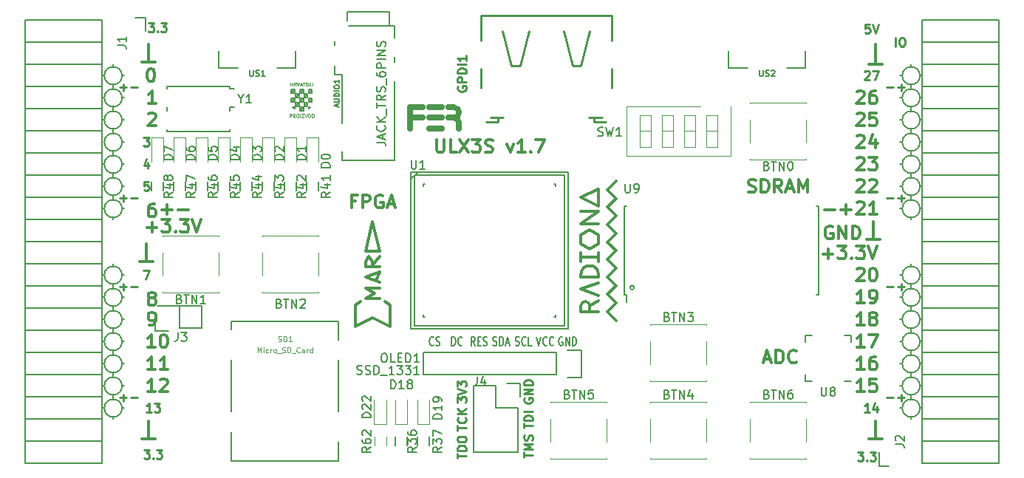
<source format=gto>
G04 #@! TF.FileFunction,Legend,Top*
%FSLAX46Y46*%
G04 Gerber Fmt 4.6, Leading zero omitted, Abs format (unit mm)*
G04 Created by KiCad (PCBNEW 4.0.7+dfsg1-1) date Sun Nov 12 22:32:47 2017*
%MOMM*%
%LPD*%
G01*
G04 APERTURE LIST*
%ADD10C,0.100000*%
%ADD11C,0.250000*%
%ADD12C,0.300000*%
%ADD13C,0.200000*%
%ADD14C,0.150000*%
%ADD15C,0.254000*%
%ADD16C,0.120000*%
%ADD17C,0.700000*%
%ADD18C,0.152400*%
%ADD19C,0.124460*%
%ADD20C,0.075000*%
G04 APERTURE END LIST*
D10*
D11*
X96148000Y-69111429D02*
X96909905Y-69111429D01*
X96528953Y-69492381D02*
X96528953Y-68730476D01*
X97386095Y-69111429D02*
X98148000Y-69111429D01*
X96148000Y-81811429D02*
X96909905Y-81811429D01*
X96528953Y-82192381D02*
X96528953Y-81430476D01*
X97386095Y-81811429D02*
X98148000Y-81811429D01*
X96148000Y-91971429D02*
X96909905Y-91971429D01*
X96528953Y-92352381D02*
X96528953Y-91590476D01*
X97386095Y-91971429D02*
X98148000Y-91971429D01*
X96148000Y-104671429D02*
X96909905Y-104671429D01*
X96528953Y-105052381D02*
X96528953Y-104290476D01*
X97386095Y-104671429D02*
X98148000Y-104671429D01*
X184032000Y-104671429D02*
X184793905Y-104671429D01*
X185270095Y-104671429D02*
X186032000Y-104671429D01*
X185651048Y-105052381D02*
X185651048Y-104290476D01*
X184032000Y-91971429D02*
X184793905Y-91971429D01*
X185270095Y-91971429D02*
X186032000Y-91971429D01*
X185651048Y-92352381D02*
X185651048Y-91590476D01*
X184032000Y-81811429D02*
X184793905Y-81811429D01*
X185270095Y-81811429D02*
X186032000Y-81811429D01*
X185651048Y-82192381D02*
X185651048Y-81430476D01*
X184032000Y-69111429D02*
X184793905Y-69111429D01*
X185270095Y-69111429D02*
X186032000Y-69111429D01*
X185651048Y-69492381D02*
X185651048Y-68730476D01*
X185016191Y-64412381D02*
X185016191Y-63412381D01*
X185682857Y-63412381D02*
X185873334Y-63412381D01*
X185968572Y-63460000D01*
X186063810Y-63555238D01*
X186111429Y-63745714D01*
X186111429Y-64079048D01*
X186063810Y-64269524D01*
X185968572Y-64364762D01*
X185873334Y-64412381D01*
X185682857Y-64412381D01*
X185587619Y-64364762D01*
X185492381Y-64269524D01*
X185444762Y-64079048D01*
X185444762Y-63745714D01*
X185492381Y-63555238D01*
X185587619Y-63460000D01*
X185682857Y-63412381D01*
D12*
X176928000Y-83117143D02*
X178070857Y-83117143D01*
X178785143Y-83117143D02*
X179928000Y-83117143D01*
X179356571Y-83688571D02*
X179356571Y-82545714D01*
D13*
X187826000Y-67770000D02*
G75*
G03X187826000Y-67770000I-1016000J0D01*
G01*
X187826000Y-70310000D02*
G75*
G03X187826000Y-70310000I-1016000J0D01*
G01*
X187826000Y-72850000D02*
G75*
G03X187826000Y-72850000I-1016000J0D01*
G01*
X187826000Y-75390000D02*
G75*
G03X187826000Y-75390000I-1016000J0D01*
G01*
X187826000Y-77930000D02*
G75*
G03X187826000Y-77930000I-1016000J0D01*
G01*
X187826000Y-80470000D02*
G75*
G03X187826000Y-80470000I-1016000J0D01*
G01*
X187826000Y-83010000D02*
G75*
G03X187826000Y-83010000I-1016000J0D01*
G01*
X187826000Y-90630000D02*
G75*
G03X187826000Y-90630000I-1016000J0D01*
G01*
X187826000Y-93170000D02*
G75*
G03X187826000Y-93170000I-1016000J0D01*
G01*
X187826000Y-95710000D02*
G75*
G03X187826000Y-95710000I-1016000J0D01*
G01*
X187826000Y-98250000D02*
G75*
G03X187826000Y-98250000I-1016000J0D01*
G01*
X187826000Y-100790000D02*
G75*
G03X187826000Y-100790000I-1016000J0D01*
G01*
X187826000Y-103330000D02*
G75*
G03X187826000Y-103330000I-1016000J0D01*
G01*
X187826000Y-105870000D02*
G75*
G03X187826000Y-105870000I-1016000J0D01*
G01*
X96386000Y-105870000D02*
G75*
G03X96386000Y-105870000I-1016000J0D01*
G01*
X96386000Y-103330000D02*
G75*
G03X96386000Y-103330000I-1016000J0D01*
G01*
X96386000Y-100790000D02*
G75*
G03X96386000Y-100790000I-1016000J0D01*
G01*
X96386000Y-98250000D02*
G75*
G03X96386000Y-98250000I-1016000J0D01*
G01*
X96386000Y-95710000D02*
G75*
G03X96386000Y-95710000I-1016000J0D01*
G01*
X96386000Y-93170000D02*
G75*
G03X96386000Y-93170000I-1016000J0D01*
G01*
X96386000Y-90630000D02*
G75*
G03X96386000Y-90630000I-1016000J0D01*
G01*
X96386000Y-83010000D02*
G75*
G03X96386000Y-83010000I-1016000J0D01*
G01*
X96386000Y-80470000D02*
G75*
G03X96386000Y-80470000I-1016000J0D01*
G01*
X96386000Y-77930000D02*
G75*
G03X96386000Y-77930000I-1016000J0D01*
G01*
X96386000Y-75390000D02*
G75*
G03X96386000Y-75390000I-1016000J0D01*
G01*
X96386000Y-72850000D02*
G75*
G03X96386000Y-72850000I-1016000J0D01*
G01*
X96386000Y-70310000D02*
G75*
G03X96386000Y-70310000I-1016000J0D01*
G01*
X96386000Y-67770000D02*
G75*
G03X96386000Y-67770000I-1016000J0D01*
G01*
D12*
X177793143Y-85054000D02*
X177650286Y-84982571D01*
X177436000Y-84982571D01*
X177221715Y-85054000D01*
X177078857Y-85196857D01*
X177007429Y-85339714D01*
X176936000Y-85625429D01*
X176936000Y-85839714D01*
X177007429Y-86125429D01*
X177078857Y-86268286D01*
X177221715Y-86411143D01*
X177436000Y-86482571D01*
X177578857Y-86482571D01*
X177793143Y-86411143D01*
X177864572Y-86339714D01*
X177864572Y-85839714D01*
X177578857Y-85839714D01*
X178507429Y-86482571D02*
X178507429Y-84982571D01*
X179364572Y-86482571D01*
X179364572Y-84982571D01*
X180078858Y-86482571D02*
X180078858Y-84982571D01*
X180436001Y-84982571D01*
X180650286Y-85054000D01*
X180793144Y-85196857D01*
X180864572Y-85339714D01*
X180936001Y-85625429D01*
X180936001Y-85839714D01*
X180864572Y-86125429D01*
X180793144Y-86268286D01*
X180650286Y-86411143D01*
X180436001Y-86482571D01*
X180078858Y-86482571D01*
X183254000Y-86566000D02*
X181730000Y-86566000D01*
X182492000Y-84534000D02*
X182492000Y-86566000D01*
X181984000Y-109426000D02*
X183508000Y-109426000D01*
X182746000Y-109426000D02*
X182746000Y-107394000D01*
D11*
X182047524Y-106322381D02*
X181476095Y-106322381D01*
X181761809Y-106322381D02*
X181761809Y-105322381D01*
X181666571Y-105465238D01*
X181571333Y-105560476D01*
X181476095Y-105608095D01*
X182904667Y-105655714D02*
X182904667Y-106322381D01*
X182666571Y-105274762D02*
X182428476Y-105989048D01*
X183047524Y-105989048D01*
X181476095Y-67317619D02*
X181523714Y-67270000D01*
X181618952Y-67222381D01*
X181857048Y-67222381D01*
X181952286Y-67270000D01*
X181999905Y-67317619D01*
X182047524Y-67412857D01*
X182047524Y-67508095D01*
X181999905Y-67650952D01*
X181428476Y-68222381D01*
X182047524Y-68222381D01*
X182380857Y-67222381D02*
X183047524Y-67222381D01*
X182618952Y-68222381D01*
D12*
X181984000Y-66500000D02*
X183508000Y-66500000D01*
X182746000Y-66500000D02*
X182746000Y-64214000D01*
X98672000Y-109426000D02*
X100196000Y-109426000D01*
X99434000Y-107394000D02*
X99434000Y-109426000D01*
D11*
X98846667Y-74842381D02*
X99465715Y-74842381D01*
X99132381Y-75223333D01*
X99275239Y-75223333D01*
X99370477Y-75270952D01*
X99418096Y-75318571D01*
X99465715Y-75413810D01*
X99465715Y-75651905D01*
X99418096Y-75747143D01*
X99370477Y-75794762D01*
X99275239Y-75842381D01*
X98989524Y-75842381D01*
X98894286Y-75794762D01*
X98846667Y-75747143D01*
X99370477Y-77715714D02*
X99370477Y-78382381D01*
X99132381Y-77334762D02*
X98894286Y-78049048D01*
X99513334Y-78049048D01*
X99418096Y-79922381D02*
X98941905Y-79922381D01*
X98894286Y-80398571D01*
X98941905Y-80350952D01*
X99037143Y-80303333D01*
X99275239Y-80303333D01*
X99370477Y-80350952D01*
X99418096Y-80398571D01*
X99465715Y-80493810D01*
X99465715Y-80731905D01*
X99418096Y-80827143D01*
X99370477Y-80874762D01*
X99275239Y-80922381D01*
X99037143Y-80922381D01*
X98941905Y-80874762D01*
X98894286Y-80827143D01*
X99751524Y-106322381D02*
X99180095Y-106322381D01*
X99465809Y-106322381D02*
X99465809Y-105322381D01*
X99370571Y-105465238D01*
X99275333Y-105560476D01*
X99180095Y-105608095D01*
X100084857Y-105322381D02*
X100703905Y-105322381D01*
X100370571Y-105703333D01*
X100513429Y-105703333D01*
X100608667Y-105750952D01*
X100656286Y-105798571D01*
X100703905Y-105893810D01*
X100703905Y-106131905D01*
X100656286Y-106227143D01*
X100608667Y-106274762D01*
X100513429Y-106322381D01*
X100227714Y-106322381D01*
X100132476Y-106274762D01*
X100084857Y-106227143D01*
X98846667Y-90082381D02*
X99513334Y-90082381D01*
X99084762Y-91082381D01*
D12*
X98418000Y-89106000D02*
X99942000Y-89106000D01*
X99180000Y-87074000D02*
X99180000Y-89106000D01*
X98672000Y-66246000D02*
X100196000Y-66246000D01*
X99434000Y-64214000D02*
X99434000Y-66246000D01*
D11*
X99402381Y-61761381D02*
X100021429Y-61761381D01*
X99688095Y-62142333D01*
X99830953Y-62142333D01*
X99926191Y-62189952D01*
X99973810Y-62237571D01*
X100021429Y-62332810D01*
X100021429Y-62570905D01*
X99973810Y-62666143D01*
X99926191Y-62713762D01*
X99830953Y-62761381D01*
X99545238Y-62761381D01*
X99450000Y-62713762D01*
X99402381Y-62666143D01*
X100450000Y-62666143D02*
X100497619Y-62713762D01*
X100450000Y-62761381D01*
X100402381Y-62713762D01*
X100450000Y-62666143D01*
X100450000Y-62761381D01*
X100830952Y-61761381D02*
X101450000Y-61761381D01*
X101116666Y-62142333D01*
X101259524Y-62142333D01*
X101354762Y-62189952D01*
X101402381Y-62237571D01*
X101450000Y-62332810D01*
X101450000Y-62570905D01*
X101402381Y-62666143D01*
X101354762Y-62713762D01*
X101259524Y-62761381D01*
X100973809Y-62761381D01*
X100878571Y-62713762D01*
X100830952Y-62666143D01*
X180682381Y-110910381D02*
X181301429Y-110910381D01*
X180968095Y-111291333D01*
X181110953Y-111291333D01*
X181206191Y-111338952D01*
X181253810Y-111386571D01*
X181301429Y-111481810D01*
X181301429Y-111719905D01*
X181253810Y-111815143D01*
X181206191Y-111862762D01*
X181110953Y-111910381D01*
X180825238Y-111910381D01*
X180730000Y-111862762D01*
X180682381Y-111815143D01*
X181730000Y-111815143D02*
X181777619Y-111862762D01*
X181730000Y-111910381D01*
X181682381Y-111862762D01*
X181730000Y-111815143D01*
X181730000Y-111910381D01*
X182110952Y-110910381D02*
X182730000Y-110910381D01*
X182396666Y-111291333D01*
X182539524Y-111291333D01*
X182634762Y-111338952D01*
X182682381Y-111386571D01*
X182730000Y-111481810D01*
X182730000Y-111719905D01*
X182682381Y-111815143D01*
X182634762Y-111862762D01*
X182539524Y-111910381D01*
X182253809Y-111910381D01*
X182158571Y-111862762D01*
X182110952Y-111815143D01*
D12*
X99228001Y-85149143D02*
X100370858Y-85149143D01*
X99799429Y-85720571D02*
X99799429Y-84577714D01*
X100942287Y-84220571D02*
X101870858Y-84220571D01*
X101370858Y-84792000D01*
X101585144Y-84792000D01*
X101728001Y-84863429D01*
X101799430Y-84934857D01*
X101870858Y-85077714D01*
X101870858Y-85434857D01*
X101799430Y-85577714D01*
X101728001Y-85649143D01*
X101585144Y-85720571D01*
X101156572Y-85720571D01*
X101013715Y-85649143D01*
X100942287Y-85577714D01*
X102513715Y-85577714D02*
X102585143Y-85649143D01*
X102513715Y-85720571D01*
X102442286Y-85649143D01*
X102513715Y-85577714D01*
X102513715Y-85720571D01*
X103085144Y-84220571D02*
X104013715Y-84220571D01*
X103513715Y-84792000D01*
X103728001Y-84792000D01*
X103870858Y-84863429D01*
X103942287Y-84934857D01*
X104013715Y-85077714D01*
X104013715Y-85434857D01*
X103942287Y-85577714D01*
X103870858Y-85649143D01*
X103728001Y-85720571D01*
X103299429Y-85720571D01*
X103156572Y-85649143D01*
X103085144Y-85577714D01*
X104442286Y-84220571D02*
X104942286Y-85720571D01*
X105442286Y-84220571D01*
D11*
X98894381Y-110656381D02*
X99513429Y-110656381D01*
X99180095Y-111037333D01*
X99322953Y-111037333D01*
X99418191Y-111084952D01*
X99465810Y-111132571D01*
X99513429Y-111227810D01*
X99513429Y-111465905D01*
X99465810Y-111561143D01*
X99418191Y-111608762D01*
X99322953Y-111656381D01*
X99037238Y-111656381D01*
X98942000Y-111608762D01*
X98894381Y-111561143D01*
X99942000Y-111561143D02*
X99989619Y-111608762D01*
X99942000Y-111656381D01*
X99894381Y-111608762D01*
X99942000Y-111561143D01*
X99942000Y-111656381D01*
X100322952Y-110656381D02*
X100942000Y-110656381D01*
X100608666Y-111037333D01*
X100751524Y-111037333D01*
X100846762Y-111084952D01*
X100894381Y-111132571D01*
X100942000Y-111227810D01*
X100942000Y-111465905D01*
X100894381Y-111561143D01*
X100846762Y-111608762D01*
X100751524Y-111656381D01*
X100465809Y-111656381D01*
X100370571Y-111608762D01*
X100322952Y-111561143D01*
X182047524Y-61888381D02*
X181571333Y-61888381D01*
X181523714Y-62364571D01*
X181571333Y-62316952D01*
X181666571Y-62269333D01*
X181904667Y-62269333D01*
X181999905Y-62316952D01*
X182047524Y-62364571D01*
X182095143Y-62459810D01*
X182095143Y-62697905D01*
X182047524Y-62793143D01*
X181999905Y-62840762D01*
X181904667Y-62888381D01*
X181666571Y-62888381D01*
X181571333Y-62840762D01*
X181523714Y-62793143D01*
X182380857Y-61888381D02*
X182714190Y-62888381D01*
X183047524Y-61888381D01*
D12*
X180587143Y-69631429D02*
X180658572Y-69560000D01*
X180801429Y-69488571D01*
X181158572Y-69488571D01*
X181301429Y-69560000D01*
X181372858Y-69631429D01*
X181444286Y-69774286D01*
X181444286Y-69917143D01*
X181372858Y-70131429D01*
X180515715Y-70988571D01*
X181444286Y-70988571D01*
X182730000Y-69488571D02*
X182444286Y-69488571D01*
X182301429Y-69560000D01*
X182230000Y-69631429D01*
X182087143Y-69845714D01*
X182015714Y-70131429D01*
X182015714Y-70702857D01*
X182087143Y-70845714D01*
X182158571Y-70917143D01*
X182301429Y-70988571D01*
X182587143Y-70988571D01*
X182730000Y-70917143D01*
X182801429Y-70845714D01*
X182872857Y-70702857D01*
X182872857Y-70345714D01*
X182801429Y-70202857D01*
X182730000Y-70131429D01*
X182587143Y-70060000D01*
X182301429Y-70060000D01*
X182158571Y-70131429D01*
X182087143Y-70202857D01*
X182015714Y-70345714D01*
X180587143Y-72171429D02*
X180658572Y-72100000D01*
X180801429Y-72028571D01*
X181158572Y-72028571D01*
X181301429Y-72100000D01*
X181372858Y-72171429D01*
X181444286Y-72314286D01*
X181444286Y-72457143D01*
X181372858Y-72671429D01*
X180515715Y-73528571D01*
X181444286Y-73528571D01*
X182801429Y-72028571D02*
X182087143Y-72028571D01*
X182015714Y-72742857D01*
X182087143Y-72671429D01*
X182230000Y-72600000D01*
X182587143Y-72600000D01*
X182730000Y-72671429D01*
X182801429Y-72742857D01*
X182872857Y-72885714D01*
X182872857Y-73242857D01*
X182801429Y-73385714D01*
X182730000Y-73457143D01*
X182587143Y-73528571D01*
X182230000Y-73528571D01*
X182087143Y-73457143D01*
X182015714Y-73385714D01*
X180587143Y-74711429D02*
X180658572Y-74640000D01*
X180801429Y-74568571D01*
X181158572Y-74568571D01*
X181301429Y-74640000D01*
X181372858Y-74711429D01*
X181444286Y-74854286D01*
X181444286Y-74997143D01*
X181372858Y-75211429D01*
X180515715Y-76068571D01*
X181444286Y-76068571D01*
X182730000Y-75068571D02*
X182730000Y-76068571D01*
X182372857Y-74497143D02*
X182015714Y-75568571D01*
X182944286Y-75568571D01*
X180587143Y-77251429D02*
X180658572Y-77180000D01*
X180801429Y-77108571D01*
X181158572Y-77108571D01*
X181301429Y-77180000D01*
X181372858Y-77251429D01*
X181444286Y-77394286D01*
X181444286Y-77537143D01*
X181372858Y-77751429D01*
X180515715Y-78608571D01*
X181444286Y-78608571D01*
X181944286Y-77108571D02*
X182872857Y-77108571D01*
X182372857Y-77680000D01*
X182587143Y-77680000D01*
X182730000Y-77751429D01*
X182801429Y-77822857D01*
X182872857Y-77965714D01*
X182872857Y-78322857D01*
X182801429Y-78465714D01*
X182730000Y-78537143D01*
X182587143Y-78608571D01*
X182158571Y-78608571D01*
X182015714Y-78537143D01*
X181944286Y-78465714D01*
X180587143Y-79791429D02*
X180658572Y-79720000D01*
X180801429Y-79648571D01*
X181158572Y-79648571D01*
X181301429Y-79720000D01*
X181372858Y-79791429D01*
X181444286Y-79934286D01*
X181444286Y-80077143D01*
X181372858Y-80291429D01*
X180515715Y-81148571D01*
X181444286Y-81148571D01*
X182015714Y-79791429D02*
X182087143Y-79720000D01*
X182230000Y-79648571D01*
X182587143Y-79648571D01*
X182730000Y-79720000D01*
X182801429Y-79791429D01*
X182872857Y-79934286D01*
X182872857Y-80077143D01*
X182801429Y-80291429D01*
X181944286Y-81148571D01*
X182872857Y-81148571D01*
X180587143Y-82331429D02*
X180658572Y-82260000D01*
X180801429Y-82188571D01*
X181158572Y-82188571D01*
X181301429Y-82260000D01*
X181372858Y-82331429D01*
X181444286Y-82474286D01*
X181444286Y-82617143D01*
X181372858Y-82831429D01*
X180515715Y-83688571D01*
X181444286Y-83688571D01*
X182872857Y-83688571D02*
X182015714Y-83688571D01*
X182444286Y-83688571D02*
X182444286Y-82188571D01*
X182301429Y-82402857D01*
X182158571Y-82545714D01*
X182015714Y-82617143D01*
X176698001Y-88197143D02*
X177840858Y-88197143D01*
X177269429Y-88768571D02*
X177269429Y-87625714D01*
X178412287Y-87268571D02*
X179340858Y-87268571D01*
X178840858Y-87840000D01*
X179055144Y-87840000D01*
X179198001Y-87911429D01*
X179269430Y-87982857D01*
X179340858Y-88125714D01*
X179340858Y-88482857D01*
X179269430Y-88625714D01*
X179198001Y-88697143D01*
X179055144Y-88768571D01*
X178626572Y-88768571D01*
X178483715Y-88697143D01*
X178412287Y-88625714D01*
X179983715Y-88625714D02*
X180055143Y-88697143D01*
X179983715Y-88768571D01*
X179912286Y-88697143D01*
X179983715Y-88625714D01*
X179983715Y-88768571D01*
X180555144Y-87268571D02*
X181483715Y-87268571D01*
X180983715Y-87840000D01*
X181198001Y-87840000D01*
X181340858Y-87911429D01*
X181412287Y-87982857D01*
X181483715Y-88125714D01*
X181483715Y-88482857D01*
X181412287Y-88625714D01*
X181340858Y-88697143D01*
X181198001Y-88768571D01*
X180769429Y-88768571D01*
X180626572Y-88697143D01*
X180555144Y-88625714D01*
X181912286Y-87268571D02*
X182412286Y-88768571D01*
X182912286Y-87268571D01*
X180587143Y-89951429D02*
X180658572Y-89880000D01*
X180801429Y-89808571D01*
X181158572Y-89808571D01*
X181301429Y-89880000D01*
X181372858Y-89951429D01*
X181444286Y-90094286D01*
X181444286Y-90237143D01*
X181372858Y-90451429D01*
X180515715Y-91308571D01*
X181444286Y-91308571D01*
X182372857Y-89808571D02*
X182515714Y-89808571D01*
X182658571Y-89880000D01*
X182730000Y-89951429D01*
X182801429Y-90094286D01*
X182872857Y-90380000D01*
X182872857Y-90737143D01*
X182801429Y-91022857D01*
X182730000Y-91165714D01*
X182658571Y-91237143D01*
X182515714Y-91308571D01*
X182372857Y-91308571D01*
X182230000Y-91237143D01*
X182158571Y-91165714D01*
X182087143Y-91022857D01*
X182015714Y-90737143D01*
X182015714Y-90380000D01*
X182087143Y-90094286D01*
X182158571Y-89951429D01*
X182230000Y-89880000D01*
X182372857Y-89808571D01*
X181444286Y-93848571D02*
X180587143Y-93848571D01*
X181015715Y-93848571D02*
X181015715Y-92348571D01*
X180872858Y-92562857D01*
X180730000Y-92705714D01*
X180587143Y-92777143D01*
X182158571Y-93848571D02*
X182444286Y-93848571D01*
X182587143Y-93777143D01*
X182658571Y-93705714D01*
X182801429Y-93491429D01*
X182872857Y-93205714D01*
X182872857Y-92634286D01*
X182801429Y-92491429D01*
X182730000Y-92420000D01*
X182587143Y-92348571D01*
X182301429Y-92348571D01*
X182158571Y-92420000D01*
X182087143Y-92491429D01*
X182015714Y-92634286D01*
X182015714Y-92991429D01*
X182087143Y-93134286D01*
X182158571Y-93205714D01*
X182301429Y-93277143D01*
X182587143Y-93277143D01*
X182730000Y-93205714D01*
X182801429Y-93134286D01*
X182872857Y-92991429D01*
X181444286Y-96388571D02*
X180587143Y-96388571D01*
X181015715Y-96388571D02*
X181015715Y-94888571D01*
X180872858Y-95102857D01*
X180730000Y-95245714D01*
X180587143Y-95317143D01*
X182301429Y-95531429D02*
X182158571Y-95460000D01*
X182087143Y-95388571D01*
X182015714Y-95245714D01*
X182015714Y-95174286D01*
X182087143Y-95031429D01*
X182158571Y-94960000D01*
X182301429Y-94888571D01*
X182587143Y-94888571D01*
X182730000Y-94960000D01*
X182801429Y-95031429D01*
X182872857Y-95174286D01*
X182872857Y-95245714D01*
X182801429Y-95388571D01*
X182730000Y-95460000D01*
X182587143Y-95531429D01*
X182301429Y-95531429D01*
X182158571Y-95602857D01*
X182087143Y-95674286D01*
X182015714Y-95817143D01*
X182015714Y-96102857D01*
X182087143Y-96245714D01*
X182158571Y-96317143D01*
X182301429Y-96388571D01*
X182587143Y-96388571D01*
X182730000Y-96317143D01*
X182801429Y-96245714D01*
X182872857Y-96102857D01*
X182872857Y-95817143D01*
X182801429Y-95674286D01*
X182730000Y-95602857D01*
X182587143Y-95531429D01*
X181444286Y-98928571D02*
X180587143Y-98928571D01*
X181015715Y-98928571D02*
X181015715Y-97428571D01*
X180872858Y-97642857D01*
X180730000Y-97785714D01*
X180587143Y-97857143D01*
X181944286Y-97428571D02*
X182944286Y-97428571D01*
X182301429Y-98928571D01*
X181444286Y-101468571D02*
X180587143Y-101468571D01*
X181015715Y-101468571D02*
X181015715Y-99968571D01*
X180872858Y-100182857D01*
X180730000Y-100325714D01*
X180587143Y-100397143D01*
X182730000Y-99968571D02*
X182444286Y-99968571D01*
X182301429Y-100040000D01*
X182230000Y-100111429D01*
X182087143Y-100325714D01*
X182015714Y-100611429D01*
X182015714Y-101182857D01*
X182087143Y-101325714D01*
X182158571Y-101397143D01*
X182301429Y-101468571D01*
X182587143Y-101468571D01*
X182730000Y-101397143D01*
X182801429Y-101325714D01*
X182872857Y-101182857D01*
X182872857Y-100825714D01*
X182801429Y-100682857D01*
X182730000Y-100611429D01*
X182587143Y-100540000D01*
X182301429Y-100540000D01*
X182158571Y-100611429D01*
X182087143Y-100682857D01*
X182015714Y-100825714D01*
X181444286Y-104008571D02*
X180587143Y-104008571D01*
X181015715Y-104008571D02*
X181015715Y-102508571D01*
X180872858Y-102722857D01*
X180730000Y-102865714D01*
X180587143Y-102937143D01*
X182801429Y-102508571D02*
X182087143Y-102508571D01*
X182015714Y-103222857D01*
X182087143Y-103151429D01*
X182230000Y-103080000D01*
X182587143Y-103080000D01*
X182730000Y-103151429D01*
X182801429Y-103222857D01*
X182872857Y-103365714D01*
X182872857Y-103722857D01*
X182801429Y-103865714D01*
X182730000Y-103937143D01*
X182587143Y-104008571D01*
X182230000Y-104008571D01*
X182087143Y-103937143D01*
X182015714Y-103865714D01*
D13*
X186810000Y-66500000D02*
X186810000Y-66754000D01*
X187826000Y-67770000D02*
X188080000Y-67770000D01*
X185540000Y-67770000D02*
X185794000Y-67770000D01*
X186810000Y-69294000D02*
X186810000Y-68786000D01*
X187826000Y-70310000D02*
X188080000Y-70310000D01*
X185540000Y-70310000D02*
X185794000Y-70310000D01*
X186810000Y-71326000D02*
X186810000Y-71834000D01*
X187826000Y-72850000D02*
X188080000Y-72850000D01*
X185540000Y-72850000D02*
X185794000Y-72850000D01*
X186810000Y-73866000D02*
X186810000Y-74374000D01*
X187826000Y-75390000D02*
X188080000Y-75390000D01*
X185540000Y-75390000D02*
X185794000Y-75390000D01*
X186810000Y-76406000D02*
X186810000Y-76914000D01*
X187826000Y-77930000D02*
X188080000Y-77930000D01*
X185540000Y-77930000D02*
X185794000Y-77930000D01*
X186810000Y-79454000D02*
X186810000Y-78946000D01*
X187826000Y-80470000D02*
X188080000Y-80470000D01*
X185540000Y-80470000D02*
X185794000Y-80470000D01*
X186810000Y-81994000D02*
X186810000Y-81486000D01*
X187826000Y-83010000D02*
X188080000Y-83010000D01*
X185540000Y-83010000D02*
X185794000Y-83010000D01*
X186810000Y-84026000D02*
X186810000Y-84280000D01*
X186810000Y-89360000D02*
X186810000Y-89614000D01*
X187826000Y-90630000D02*
X188080000Y-90630000D01*
X185540000Y-90630000D02*
X185794000Y-90630000D01*
X186810000Y-91646000D02*
X186810000Y-92154000D01*
X187826000Y-93170000D02*
X188080000Y-93170000D01*
X185540000Y-93170000D02*
X185794000Y-93170000D01*
X186810000Y-94186000D02*
X186810000Y-94694000D01*
X187826000Y-95710000D02*
X188080000Y-95710000D01*
X185540000Y-95710000D02*
X185794000Y-95710000D01*
X186810000Y-97234000D02*
X186810000Y-96726000D01*
X187826000Y-98250000D02*
X188080000Y-98250000D01*
X185540000Y-98250000D02*
X185794000Y-98250000D01*
X187826000Y-100790000D02*
X188080000Y-100790000D01*
X185540000Y-100790000D02*
X185794000Y-100790000D01*
X186810000Y-99266000D02*
X186810000Y-99774000D01*
X186810000Y-102314000D02*
X186810000Y-101806000D01*
X187826000Y-103330000D02*
X188080000Y-103330000D01*
X185540000Y-103330000D02*
X185794000Y-103330000D01*
X186810000Y-104346000D02*
X186810000Y-104854000D01*
X185540000Y-105870000D02*
X185794000Y-105870000D01*
X187826000Y-105870000D02*
X188080000Y-105870000D01*
X186810000Y-106886000D02*
X186810000Y-107140000D01*
X95370000Y-66754000D02*
X95370000Y-66500000D01*
X96386000Y-67770000D02*
X96640000Y-67770000D01*
X94100000Y-67770000D02*
X94354000Y-67770000D01*
X95370000Y-68786000D02*
X95370000Y-69294000D01*
X96386000Y-70310000D02*
X96640000Y-70310000D01*
X94100000Y-70310000D02*
X94354000Y-70310000D01*
X95370000Y-71326000D02*
X95370000Y-71834000D01*
X96386000Y-72850000D02*
X96640000Y-72850000D01*
X94100000Y-72850000D02*
X94354000Y-72850000D01*
X95370000Y-73866000D02*
X95370000Y-74374000D01*
X96386000Y-75390000D02*
X96640000Y-75390000D01*
X95370000Y-76406000D02*
X95370000Y-76914000D01*
X96386000Y-77930000D02*
X96640000Y-77930000D01*
X94100000Y-77930000D02*
X94354000Y-77930000D01*
X95370000Y-79454000D02*
X95370000Y-78946000D01*
X96386000Y-80470000D02*
X96640000Y-80470000D01*
X94100000Y-80470000D02*
X94354000Y-80470000D01*
X95370000Y-81486000D02*
X95370000Y-81994000D01*
X96386000Y-83010000D02*
X96640000Y-83010000D01*
X95370000Y-84026000D02*
X95370000Y-84280000D01*
X94100000Y-83010000D02*
X94354000Y-83010000D01*
X95370000Y-106886000D02*
X95370000Y-107140000D01*
X95370000Y-89360000D02*
X95370000Y-89614000D01*
X96386000Y-93170000D02*
X96640000Y-93170000D01*
X94100000Y-93170000D02*
X94354000Y-93170000D01*
X95370000Y-94186000D02*
X95370000Y-94694000D01*
X94100000Y-90630000D02*
X94354000Y-90630000D01*
X96386000Y-90630000D02*
X96640000Y-90630000D01*
X95370000Y-92154000D02*
X95370000Y-91646000D01*
X96386000Y-95710000D02*
X96640000Y-95710000D01*
X94100000Y-95710000D02*
X94354000Y-95710000D01*
X96386000Y-98250000D02*
X96640000Y-98250000D01*
X94354000Y-98250000D02*
X94100000Y-98250000D01*
X95370000Y-96726000D02*
X95370000Y-97234000D01*
X95370000Y-99266000D02*
X95370000Y-99774000D01*
X94100000Y-100790000D02*
X94354000Y-100790000D01*
X96386000Y-100790000D02*
X96640000Y-100790000D01*
X94100000Y-103330000D02*
X94354000Y-103330000D01*
X96386000Y-103330000D02*
X96640000Y-103330000D01*
X95370000Y-101806000D02*
X95370000Y-102314000D01*
X95370000Y-104346000D02*
X95370000Y-104854000D01*
X96386000Y-105870000D02*
X96640000Y-105870000D01*
X94100000Y-105870000D02*
X94354000Y-105870000D01*
D12*
X100982000Y-83117143D02*
X102124857Y-83117143D01*
X101553428Y-83688571D02*
X101553428Y-82545714D01*
X102839143Y-83117143D02*
X103982000Y-83117143D01*
X100164286Y-104008571D02*
X99307143Y-104008571D01*
X99735715Y-104008571D02*
X99735715Y-102508571D01*
X99592858Y-102722857D01*
X99450000Y-102865714D01*
X99307143Y-102937143D01*
X100735714Y-102651429D02*
X100807143Y-102580000D01*
X100950000Y-102508571D01*
X101307143Y-102508571D01*
X101450000Y-102580000D01*
X101521429Y-102651429D01*
X101592857Y-102794286D01*
X101592857Y-102937143D01*
X101521429Y-103151429D01*
X100664286Y-104008571D01*
X101592857Y-104008571D01*
X100164286Y-101468571D02*
X99307143Y-101468571D01*
X99735715Y-101468571D02*
X99735715Y-99968571D01*
X99592858Y-100182857D01*
X99450000Y-100325714D01*
X99307143Y-100397143D01*
X101592857Y-101468571D02*
X100735714Y-101468571D01*
X101164286Y-101468571D02*
X101164286Y-99968571D01*
X101021429Y-100182857D01*
X100878571Y-100325714D01*
X100735714Y-100397143D01*
X100164286Y-98928571D02*
X99307143Y-98928571D01*
X99735715Y-98928571D02*
X99735715Y-97428571D01*
X99592858Y-97642857D01*
X99450000Y-97785714D01*
X99307143Y-97857143D01*
X101092857Y-97428571D02*
X101235714Y-97428571D01*
X101378571Y-97500000D01*
X101450000Y-97571429D01*
X101521429Y-97714286D01*
X101592857Y-98000000D01*
X101592857Y-98357143D01*
X101521429Y-98642857D01*
X101450000Y-98785714D01*
X101378571Y-98857143D01*
X101235714Y-98928571D01*
X101092857Y-98928571D01*
X100950000Y-98857143D01*
X100878571Y-98785714D01*
X100807143Y-98642857D01*
X100735714Y-98357143D01*
X100735714Y-98000000D01*
X100807143Y-97714286D01*
X100878571Y-97571429D01*
X100950000Y-97500000D01*
X101092857Y-97428571D01*
X99529286Y-96388571D02*
X99815001Y-96388571D01*
X99957858Y-96317143D01*
X100029286Y-96245714D01*
X100172144Y-96031429D01*
X100243572Y-95745714D01*
X100243572Y-95174286D01*
X100172144Y-95031429D01*
X100100715Y-94960000D01*
X99957858Y-94888571D01*
X99672144Y-94888571D01*
X99529286Y-94960000D01*
X99457858Y-95031429D01*
X99386429Y-95174286D01*
X99386429Y-95531429D01*
X99457858Y-95674286D01*
X99529286Y-95745714D01*
X99672144Y-95817143D01*
X99957858Y-95817143D01*
X100100715Y-95745714D01*
X100172144Y-95674286D01*
X100243572Y-95531429D01*
X99672144Y-93245429D02*
X99529286Y-93174000D01*
X99457858Y-93102571D01*
X99386429Y-92959714D01*
X99386429Y-92888286D01*
X99457858Y-92745429D01*
X99529286Y-92674000D01*
X99672144Y-92602571D01*
X99957858Y-92602571D01*
X100100715Y-92674000D01*
X100172144Y-92745429D01*
X100243572Y-92888286D01*
X100243572Y-92959714D01*
X100172144Y-93102571D01*
X100100715Y-93174000D01*
X99957858Y-93245429D01*
X99672144Y-93245429D01*
X99529286Y-93316857D01*
X99457858Y-93388286D01*
X99386429Y-93531143D01*
X99386429Y-93816857D01*
X99457858Y-93959714D01*
X99529286Y-94031143D01*
X99672144Y-94102571D01*
X99957858Y-94102571D01*
X100100715Y-94031143D01*
X100172144Y-93959714D01*
X100243572Y-93816857D01*
X100243572Y-93531143D01*
X100172144Y-93388286D01*
X100100715Y-93316857D01*
X99957858Y-93245429D01*
X100100715Y-82442571D02*
X99815001Y-82442571D01*
X99672144Y-82514000D01*
X99600715Y-82585429D01*
X99457858Y-82799714D01*
X99386429Y-83085429D01*
X99386429Y-83656857D01*
X99457858Y-83799714D01*
X99529286Y-83871143D01*
X99672144Y-83942571D01*
X99957858Y-83942571D01*
X100100715Y-83871143D01*
X100172144Y-83799714D01*
X100243572Y-83656857D01*
X100243572Y-83299714D01*
X100172144Y-83156857D01*
X100100715Y-83085429D01*
X99957858Y-83014000D01*
X99672144Y-83014000D01*
X99529286Y-83085429D01*
X99457858Y-83156857D01*
X99386429Y-83299714D01*
X99386429Y-72171429D02*
X99457858Y-72100000D01*
X99600715Y-72028571D01*
X99957858Y-72028571D01*
X100100715Y-72100000D01*
X100172144Y-72171429D01*
X100243572Y-72314286D01*
X100243572Y-72457143D01*
X100172144Y-72671429D01*
X99315001Y-73528571D01*
X100243572Y-73528571D01*
X100243572Y-70988571D02*
X99386429Y-70988571D01*
X99815001Y-70988571D02*
X99815001Y-69488571D01*
X99672144Y-69702857D01*
X99529286Y-69845714D01*
X99386429Y-69917143D01*
X99616572Y-66948571D02*
X99759429Y-66948571D01*
X99902286Y-67020000D01*
X99973715Y-67091429D01*
X100045144Y-67234286D01*
X100116572Y-67520000D01*
X100116572Y-67877143D01*
X100045144Y-68162857D01*
X99973715Y-68305714D01*
X99902286Y-68377143D01*
X99759429Y-68448571D01*
X99616572Y-68448571D01*
X99473715Y-68377143D01*
X99402286Y-68305714D01*
X99330858Y-68162857D01*
X99259429Y-67877143D01*
X99259429Y-67520000D01*
X99330858Y-67234286D01*
X99402286Y-67091429D01*
X99473715Y-67020000D01*
X99616572Y-66948571D01*
X132442858Y-75076571D02*
X132442858Y-76290857D01*
X132514286Y-76433714D01*
X132585715Y-76505143D01*
X132728572Y-76576571D01*
X133014286Y-76576571D01*
X133157144Y-76505143D01*
X133228572Y-76433714D01*
X133300001Y-76290857D01*
X133300001Y-75076571D01*
X134728573Y-76576571D02*
X134014287Y-76576571D01*
X134014287Y-75076571D01*
X135085716Y-75076571D02*
X136085716Y-76576571D01*
X136085716Y-75076571D02*
X135085716Y-76576571D01*
X136514287Y-75076571D02*
X137442858Y-75076571D01*
X136942858Y-75648000D01*
X137157144Y-75648000D01*
X137300001Y-75719429D01*
X137371430Y-75790857D01*
X137442858Y-75933714D01*
X137442858Y-76290857D01*
X137371430Y-76433714D01*
X137300001Y-76505143D01*
X137157144Y-76576571D01*
X136728572Y-76576571D01*
X136585715Y-76505143D01*
X136514287Y-76433714D01*
X138014286Y-76505143D02*
X138228572Y-76576571D01*
X138585715Y-76576571D01*
X138728572Y-76505143D01*
X138800001Y-76433714D01*
X138871429Y-76290857D01*
X138871429Y-76148000D01*
X138800001Y-76005143D01*
X138728572Y-75933714D01*
X138585715Y-75862286D01*
X138300001Y-75790857D01*
X138157143Y-75719429D01*
X138085715Y-75648000D01*
X138014286Y-75505143D01*
X138014286Y-75362286D01*
X138085715Y-75219429D01*
X138157143Y-75148000D01*
X138300001Y-75076571D01*
X138657143Y-75076571D01*
X138871429Y-75148000D01*
X140514286Y-75576571D02*
X140871429Y-76576571D01*
X141228571Y-75576571D01*
X142585714Y-76576571D02*
X141728571Y-76576571D01*
X142157143Y-76576571D02*
X142157143Y-75076571D01*
X142014286Y-75290857D01*
X141871428Y-75433714D01*
X141728571Y-75505143D01*
X143228571Y-76433714D02*
X143299999Y-76505143D01*
X143228571Y-76576571D01*
X143157142Y-76505143D01*
X143228571Y-76433714D01*
X143228571Y-76576571D01*
X143800000Y-75076571D02*
X144800000Y-75076571D01*
X144157143Y-76576571D01*
X123159429Y-82140857D02*
X122659429Y-82140857D01*
X122659429Y-82926571D02*
X122659429Y-81426571D01*
X123373715Y-81426571D01*
X123945143Y-82926571D02*
X123945143Y-81426571D01*
X124516571Y-81426571D01*
X124659429Y-81498000D01*
X124730857Y-81569429D01*
X124802286Y-81712286D01*
X124802286Y-81926571D01*
X124730857Y-82069429D01*
X124659429Y-82140857D01*
X124516571Y-82212286D01*
X123945143Y-82212286D01*
X126230857Y-81498000D02*
X126088000Y-81426571D01*
X125873714Y-81426571D01*
X125659429Y-81498000D01*
X125516571Y-81640857D01*
X125445143Y-81783714D01*
X125373714Y-82069429D01*
X125373714Y-82283714D01*
X125445143Y-82569429D01*
X125516571Y-82712286D01*
X125659429Y-82855143D01*
X125873714Y-82926571D01*
X126016571Y-82926571D01*
X126230857Y-82855143D01*
X126302286Y-82783714D01*
X126302286Y-82283714D01*
X126016571Y-82283714D01*
X126873714Y-82498000D02*
X127588000Y-82498000D01*
X126730857Y-82926571D02*
X127230857Y-81426571D01*
X127730857Y-82926571D01*
X168141429Y-81077143D02*
X168355715Y-81148571D01*
X168712858Y-81148571D01*
X168855715Y-81077143D01*
X168927144Y-81005714D01*
X168998572Y-80862857D01*
X168998572Y-80720000D01*
X168927144Y-80577143D01*
X168855715Y-80505714D01*
X168712858Y-80434286D01*
X168427144Y-80362857D01*
X168284286Y-80291429D01*
X168212858Y-80220000D01*
X168141429Y-80077143D01*
X168141429Y-79934286D01*
X168212858Y-79791429D01*
X168284286Y-79720000D01*
X168427144Y-79648571D01*
X168784286Y-79648571D01*
X168998572Y-79720000D01*
X169641429Y-81148571D02*
X169641429Y-79648571D01*
X169998572Y-79648571D01*
X170212857Y-79720000D01*
X170355715Y-79862857D01*
X170427143Y-80005714D01*
X170498572Y-80291429D01*
X170498572Y-80505714D01*
X170427143Y-80791429D01*
X170355715Y-80934286D01*
X170212857Y-81077143D01*
X169998572Y-81148571D01*
X169641429Y-81148571D01*
X171998572Y-81148571D02*
X171498572Y-80434286D01*
X171141429Y-81148571D02*
X171141429Y-79648571D01*
X171712857Y-79648571D01*
X171855715Y-79720000D01*
X171927143Y-79791429D01*
X171998572Y-79934286D01*
X171998572Y-80148571D01*
X171927143Y-80291429D01*
X171855715Y-80362857D01*
X171712857Y-80434286D01*
X171141429Y-80434286D01*
X172570000Y-80720000D02*
X173284286Y-80720000D01*
X172427143Y-81148571D02*
X172927143Y-79648571D01*
X173427143Y-81148571D01*
X173927143Y-81148571D02*
X173927143Y-79648571D01*
X174427143Y-80720000D01*
X174927143Y-79648571D01*
X174927143Y-81148571D01*
X169966857Y-100278000D02*
X170681143Y-100278000D01*
X169824000Y-100706571D02*
X170324000Y-99206571D01*
X170824000Y-100706571D01*
X171324000Y-100706571D02*
X171324000Y-99206571D01*
X171681143Y-99206571D01*
X171895428Y-99278000D01*
X172038286Y-99420857D01*
X172109714Y-99563714D01*
X172181143Y-99849429D01*
X172181143Y-100063714D01*
X172109714Y-100349429D01*
X172038286Y-100492286D01*
X171895428Y-100635143D01*
X171681143Y-100706571D01*
X171324000Y-100706571D01*
X173681143Y-100563714D02*
X173609714Y-100635143D01*
X173395428Y-100706571D01*
X173252571Y-100706571D01*
X173038286Y-100635143D01*
X172895428Y-100492286D01*
X172824000Y-100349429D01*
X172752571Y-100063714D01*
X172752571Y-99849429D01*
X172824000Y-99563714D01*
X172895428Y-99420857D01*
X173038286Y-99278000D01*
X173252571Y-99206571D01*
X173395428Y-99206571D01*
X173609714Y-99278000D01*
X173681143Y-99349429D01*
D11*
X142447381Y-111521333D02*
X142447381Y-110949904D01*
X143447381Y-111235619D02*
X142447381Y-111235619D01*
X143447381Y-110616571D02*
X142447381Y-110616571D01*
X143161667Y-110283237D01*
X142447381Y-109949904D01*
X143447381Y-109949904D01*
X143399762Y-109521333D02*
X143447381Y-109378476D01*
X143447381Y-109140380D01*
X143399762Y-109045142D01*
X143352143Y-108997523D01*
X143256905Y-108949904D01*
X143161667Y-108949904D01*
X143066429Y-108997523D01*
X143018810Y-109045142D01*
X142971190Y-109140380D01*
X142923571Y-109330857D01*
X142875952Y-109426095D01*
X142828333Y-109473714D01*
X142733095Y-109521333D01*
X142637857Y-109521333D01*
X142542619Y-109473714D01*
X142495000Y-109426095D01*
X142447381Y-109330857D01*
X142447381Y-109092761D01*
X142495000Y-108949904D01*
X142447381Y-108163809D02*
X142447381Y-107592380D01*
X143447381Y-107878095D02*
X142447381Y-107878095D01*
X143447381Y-107259047D02*
X142447381Y-107259047D01*
X142447381Y-107020952D01*
X142495000Y-106878094D01*
X142590238Y-106782856D01*
X142685476Y-106735237D01*
X142875952Y-106687618D01*
X143018810Y-106687618D01*
X143209286Y-106735237D01*
X143304524Y-106782856D01*
X143399762Y-106878094D01*
X143447381Y-107020952D01*
X143447381Y-107259047D01*
X143447381Y-106259047D02*
X142447381Y-106259047D01*
X142495000Y-104726904D02*
X142447381Y-104822142D01*
X142447381Y-104964999D01*
X142495000Y-105107857D01*
X142590238Y-105203095D01*
X142685476Y-105250714D01*
X142875952Y-105298333D01*
X143018810Y-105298333D01*
X143209286Y-105250714D01*
X143304524Y-105203095D01*
X143399762Y-105107857D01*
X143447381Y-104964999D01*
X143447381Y-104869761D01*
X143399762Y-104726904D01*
X143352143Y-104679285D01*
X143018810Y-104679285D01*
X143018810Y-104869761D01*
X143447381Y-104250714D02*
X142447381Y-104250714D01*
X143447381Y-103679285D01*
X142447381Y-103679285D01*
X143447381Y-103203095D02*
X142447381Y-103203095D01*
X142447381Y-102965000D01*
X142495000Y-102822142D01*
X142590238Y-102726904D01*
X142685476Y-102679285D01*
X142875952Y-102631666D01*
X143018810Y-102631666D01*
X143209286Y-102679285D01*
X143304524Y-102726904D01*
X143399762Y-102822142D01*
X143447381Y-102965000D01*
X143447381Y-103203095D01*
X134827381Y-111624524D02*
X134827381Y-111053095D01*
X135827381Y-111338810D02*
X134827381Y-111338810D01*
X135827381Y-110719762D02*
X134827381Y-110719762D01*
X134827381Y-110481667D01*
X134875000Y-110338809D01*
X134970238Y-110243571D01*
X135065476Y-110195952D01*
X135255952Y-110148333D01*
X135398810Y-110148333D01*
X135589286Y-110195952D01*
X135684524Y-110243571D01*
X135779762Y-110338809D01*
X135827381Y-110481667D01*
X135827381Y-110719762D01*
X134827381Y-109529286D02*
X134827381Y-109338809D01*
X134875000Y-109243571D01*
X134970238Y-109148333D01*
X135160714Y-109100714D01*
X135494048Y-109100714D01*
X135684524Y-109148333D01*
X135779762Y-109243571D01*
X135827381Y-109338809D01*
X135827381Y-109529286D01*
X135779762Y-109624524D01*
X135684524Y-109719762D01*
X135494048Y-109767381D01*
X135160714Y-109767381D01*
X134970238Y-109719762D01*
X134875000Y-109624524D01*
X134827381Y-109529286D01*
X134827381Y-108425714D02*
X134827381Y-107854285D01*
X135827381Y-108140000D02*
X134827381Y-108140000D01*
X135732143Y-106949523D02*
X135779762Y-106997142D01*
X135827381Y-107139999D01*
X135827381Y-107235237D01*
X135779762Y-107378095D01*
X135684524Y-107473333D01*
X135589286Y-107520952D01*
X135398810Y-107568571D01*
X135255952Y-107568571D01*
X135065476Y-107520952D01*
X134970238Y-107473333D01*
X134875000Y-107378095D01*
X134827381Y-107235237D01*
X134827381Y-107139999D01*
X134875000Y-106997142D01*
X134922619Y-106949523D01*
X135827381Y-106520952D02*
X134827381Y-106520952D01*
X135827381Y-105949523D02*
X135255952Y-106378095D01*
X134827381Y-105949523D02*
X135398810Y-106520952D01*
X134827381Y-105203095D02*
X134827381Y-104584047D01*
X135208333Y-104917381D01*
X135208333Y-104774523D01*
X135255952Y-104679285D01*
X135303571Y-104631666D01*
X135398810Y-104584047D01*
X135636905Y-104584047D01*
X135732143Y-104631666D01*
X135779762Y-104679285D01*
X135827381Y-104774523D01*
X135827381Y-105060238D01*
X135779762Y-105155476D01*
X135732143Y-105203095D01*
X134827381Y-104298333D02*
X135827381Y-103965000D01*
X134827381Y-103631666D01*
X134827381Y-103393571D02*
X134827381Y-102774523D01*
X135208333Y-103107857D01*
X135208333Y-102964999D01*
X135255952Y-102869761D01*
X135303571Y-102822142D01*
X135398810Y-102774523D01*
X135636905Y-102774523D01*
X135732143Y-102822142D01*
X135779762Y-102869761D01*
X135827381Y-102964999D01*
X135827381Y-103250714D01*
X135779762Y-103345952D01*
X135732143Y-103393571D01*
D14*
X85270000Y-112220000D02*
X94100000Y-112220000D01*
X85270000Y-109680000D02*
X85270000Y-112220000D01*
X94100000Y-109680000D02*
X94100000Y-112220000D01*
X94100000Y-112220000D02*
X85270000Y-112220000D01*
X94100000Y-109680000D02*
X85270000Y-109680000D01*
X94100000Y-107140000D02*
X94100000Y-109680000D01*
X85270000Y-107140000D02*
X85270000Y-109680000D01*
X85270000Y-109680000D02*
X94100000Y-109680000D01*
X85270000Y-91900000D02*
X94100000Y-91900000D01*
X85270000Y-89360000D02*
X85270000Y-91900000D01*
X94100000Y-89360000D02*
X94100000Y-91900000D01*
X94100000Y-91900000D02*
X85270000Y-91900000D01*
X94100000Y-94440000D02*
X85270000Y-94440000D01*
X94100000Y-91900000D02*
X94100000Y-94440000D01*
X85270000Y-91900000D02*
X85270000Y-94440000D01*
X85270000Y-94440000D02*
X94100000Y-94440000D01*
X85270000Y-107140000D02*
X94100000Y-107140000D01*
X85270000Y-104600000D02*
X85270000Y-107140000D01*
X94100000Y-104600000D02*
X94100000Y-107140000D01*
X94100000Y-107140000D02*
X85270000Y-107140000D01*
X94100000Y-104600000D02*
X85270000Y-104600000D01*
X94100000Y-102060000D02*
X94100000Y-104600000D01*
X85270000Y-102060000D02*
X85270000Y-104600000D01*
X85270000Y-104600000D02*
X94100000Y-104600000D01*
X85270000Y-102060000D02*
X94100000Y-102060000D01*
X85270000Y-99520000D02*
X85270000Y-102060000D01*
X94100000Y-99520000D02*
X94100000Y-102060000D01*
X94100000Y-102060000D02*
X85270000Y-102060000D01*
X94100000Y-99520000D02*
X85270000Y-99520000D01*
X94100000Y-96980000D02*
X94100000Y-99520000D01*
X85270000Y-96980000D02*
X85270000Y-99520000D01*
X85270000Y-99520000D02*
X94100000Y-99520000D01*
X85270000Y-96980000D02*
X94100000Y-96980000D01*
X85270000Y-94440000D02*
X85270000Y-96980000D01*
X94100000Y-94440000D02*
X94100000Y-96980000D01*
X94100000Y-96980000D02*
X85270000Y-96980000D01*
X94100000Y-79200000D02*
X85270000Y-79200000D01*
X94100000Y-76660000D02*
X94100000Y-79200000D01*
X85270000Y-76660000D02*
X85270000Y-79200000D01*
X85270000Y-79200000D02*
X94100000Y-79200000D01*
X85270000Y-81740000D02*
X94100000Y-81740000D01*
X85270000Y-79200000D02*
X85270000Y-81740000D01*
X94100000Y-79200000D02*
X94100000Y-81740000D01*
X94100000Y-81740000D02*
X85270000Y-81740000D01*
X94100000Y-84280000D02*
X85270000Y-84280000D01*
X94100000Y-81740000D02*
X94100000Y-84280000D01*
X85270000Y-81740000D02*
X85270000Y-84280000D01*
X85270000Y-84280000D02*
X94100000Y-84280000D01*
X85270000Y-86820000D02*
X94100000Y-86820000D01*
X85270000Y-84280000D02*
X85270000Y-86820000D01*
X94100000Y-84280000D02*
X94100000Y-86820000D01*
X94100000Y-86820000D02*
X85270000Y-86820000D01*
X94100000Y-89360000D02*
X85270000Y-89360000D01*
X94100000Y-86820000D02*
X94100000Y-89360000D01*
X85270000Y-86820000D02*
X85270000Y-89360000D01*
X85270000Y-89360000D02*
X94100000Y-89360000D01*
X85270000Y-76660000D02*
X94100000Y-76660000D01*
X85270000Y-74120000D02*
X85270000Y-76660000D01*
X94100000Y-74120000D02*
X94100000Y-76660000D01*
X94100000Y-76660000D02*
X85270000Y-76660000D01*
X94100000Y-74120000D02*
X85270000Y-74120000D01*
X94100000Y-71580000D02*
X94100000Y-74120000D01*
X85270000Y-71580000D02*
X85270000Y-74120000D01*
X85270000Y-74120000D02*
X94100000Y-74120000D01*
X85270000Y-71580000D02*
X94100000Y-71580000D01*
X85270000Y-69040000D02*
X85270000Y-71580000D01*
X94100000Y-69040000D02*
X94100000Y-71580000D01*
X94100000Y-71580000D02*
X85270000Y-71580000D01*
X94100000Y-69040000D02*
X85270000Y-69040000D01*
X94100000Y-66500000D02*
X94100000Y-69040000D01*
X85270000Y-66500000D02*
X85270000Y-69040000D01*
X85270000Y-69040000D02*
X94100000Y-69040000D01*
X85270000Y-66500000D02*
X94100000Y-66500000D01*
X85270000Y-63960000D02*
X85270000Y-66500000D01*
X94100000Y-63960000D02*
X94100000Y-66500000D01*
X94100000Y-66500000D02*
X85270000Y-66500000D01*
X94100000Y-63960000D02*
X85270000Y-63960000D01*
X94100000Y-61420000D02*
X94100000Y-63960000D01*
X99060000Y-62690000D02*
X99060000Y-61140000D01*
X99060000Y-61140000D02*
X97910000Y-61140000D01*
X94100000Y-61420000D02*
X85270000Y-61420000D01*
X85270000Y-61420000D02*
X85270000Y-63960000D01*
X85270000Y-63960000D02*
X94100000Y-63960000D01*
X176180000Y-92880000D02*
X175980000Y-92880000D01*
X176180000Y-82720000D02*
X175980000Y-82720000D01*
X155080000Y-92050000D02*
G75*
G03X155080000Y-92050000I-250000J0D01*
G01*
X154180000Y-92880000D02*
X154180000Y-93700000D01*
X153980000Y-92880000D02*
X154180000Y-92880000D01*
X153980000Y-82720000D02*
X154180000Y-82720000D01*
X176190000Y-82720000D02*
X176190000Y-92880000D01*
X153970000Y-92880000D02*
X153970000Y-82720000D01*
X196910000Y-61420000D02*
X188080000Y-61420000D01*
X196910000Y-63960000D02*
X196910000Y-61420000D01*
X188080000Y-63960000D02*
X188080000Y-61420000D01*
X188080000Y-61420000D02*
X196910000Y-61420000D01*
X188080000Y-63960000D02*
X196910000Y-63960000D01*
X188080000Y-66500000D02*
X188080000Y-63960000D01*
X196910000Y-66500000D02*
X196910000Y-63960000D01*
X196910000Y-63960000D02*
X188080000Y-63960000D01*
X196910000Y-81740000D02*
X188080000Y-81740000D01*
X196910000Y-84280000D02*
X196910000Y-81740000D01*
X188080000Y-84280000D02*
X188080000Y-81740000D01*
X188080000Y-81740000D02*
X196910000Y-81740000D01*
X188080000Y-79200000D02*
X196910000Y-79200000D01*
X188080000Y-81740000D02*
X188080000Y-79200000D01*
X196910000Y-81740000D02*
X196910000Y-79200000D01*
X196910000Y-79200000D02*
X188080000Y-79200000D01*
X196910000Y-66500000D02*
X188080000Y-66500000D01*
X196910000Y-69040000D02*
X196910000Y-66500000D01*
X188080000Y-69040000D02*
X188080000Y-66500000D01*
X188080000Y-66500000D02*
X196910000Y-66500000D01*
X188080000Y-69040000D02*
X196910000Y-69040000D01*
X188080000Y-71580000D02*
X188080000Y-69040000D01*
X196910000Y-71580000D02*
X196910000Y-69040000D01*
X196910000Y-69040000D02*
X188080000Y-69040000D01*
X196910000Y-71580000D02*
X188080000Y-71580000D01*
X196910000Y-74120000D02*
X196910000Y-71580000D01*
X188080000Y-74120000D02*
X188080000Y-71580000D01*
X188080000Y-71580000D02*
X196910000Y-71580000D01*
X188080000Y-74120000D02*
X196910000Y-74120000D01*
X188080000Y-76660000D02*
X188080000Y-74120000D01*
X196910000Y-76660000D02*
X196910000Y-74120000D01*
X196910000Y-74120000D02*
X188080000Y-74120000D01*
X196910000Y-76660000D02*
X188080000Y-76660000D01*
X196910000Y-79200000D02*
X196910000Y-76660000D01*
X188080000Y-79200000D02*
X188080000Y-76660000D01*
X188080000Y-76660000D02*
X196910000Y-76660000D01*
X188080000Y-94440000D02*
X196910000Y-94440000D01*
X188080000Y-96980000D02*
X188080000Y-94440000D01*
X196910000Y-96980000D02*
X196910000Y-94440000D01*
X196910000Y-94440000D02*
X188080000Y-94440000D01*
X196910000Y-91900000D02*
X188080000Y-91900000D01*
X196910000Y-94440000D02*
X196910000Y-91900000D01*
X188080000Y-94440000D02*
X188080000Y-91900000D01*
X188080000Y-91900000D02*
X196910000Y-91900000D01*
X188080000Y-89360000D02*
X196910000Y-89360000D01*
X188080000Y-91900000D02*
X188080000Y-89360000D01*
X196910000Y-91900000D02*
X196910000Y-89360000D01*
X196910000Y-89360000D02*
X188080000Y-89360000D01*
X196910000Y-86820000D02*
X188080000Y-86820000D01*
X196910000Y-89360000D02*
X196910000Y-86820000D01*
X188080000Y-89360000D02*
X188080000Y-86820000D01*
X188080000Y-86820000D02*
X196910000Y-86820000D01*
X188080000Y-84280000D02*
X196910000Y-84280000D01*
X188080000Y-86820000D02*
X188080000Y-84280000D01*
X196910000Y-86820000D02*
X196910000Y-84280000D01*
X196910000Y-84280000D02*
X188080000Y-84280000D01*
X196910000Y-96980000D02*
X188080000Y-96980000D01*
X196910000Y-99520000D02*
X196910000Y-96980000D01*
X188080000Y-99520000D02*
X188080000Y-96980000D01*
X188080000Y-96980000D02*
X196910000Y-96980000D01*
X188080000Y-99520000D02*
X196910000Y-99520000D01*
X188080000Y-102060000D02*
X188080000Y-99520000D01*
X196910000Y-102060000D02*
X196910000Y-99520000D01*
X196910000Y-99520000D02*
X188080000Y-99520000D01*
X196910000Y-102060000D02*
X188080000Y-102060000D01*
X196910000Y-104600000D02*
X196910000Y-102060000D01*
X188080000Y-104600000D02*
X188080000Y-102060000D01*
X188080000Y-102060000D02*
X196910000Y-102060000D01*
X188080000Y-104600000D02*
X196910000Y-104600000D01*
X188080000Y-107140000D02*
X188080000Y-104600000D01*
X196910000Y-107140000D02*
X196910000Y-104600000D01*
X196910000Y-104600000D02*
X188080000Y-104600000D01*
X196910000Y-107140000D02*
X188080000Y-107140000D01*
X196910000Y-109680000D02*
X196910000Y-107140000D01*
X188080000Y-109680000D02*
X188080000Y-107140000D01*
X188080000Y-107140000D02*
X196910000Y-107140000D01*
X188080000Y-109680000D02*
X196910000Y-109680000D01*
X188080000Y-112220000D02*
X188080000Y-109680000D01*
X183120000Y-110950000D02*
X183120000Y-112500000D01*
X183120000Y-112500000D02*
X184270000Y-112500000D01*
X188080000Y-112220000D02*
X196910000Y-112220000D01*
X196910000Y-112220000D02*
X196910000Y-109680000D01*
X196910000Y-109680000D02*
X188080000Y-109680000D01*
X108724000Y-69280000D02*
X109274000Y-69280000D01*
X101524000Y-68980000D02*
X101524000Y-69280000D01*
X101524000Y-74180000D02*
X101524000Y-73880000D01*
X108724000Y-74180000D02*
X108724000Y-73880000D01*
X108724000Y-68980000D02*
X108724000Y-69280000D01*
X108724000Y-68980000D02*
X101524000Y-68980000D01*
X108724000Y-71380000D02*
X109274000Y-71380000D01*
X108724000Y-74180000D02*
X101524000Y-74180000D01*
X101524000Y-71380000D02*
X101524000Y-71780000D01*
X108724000Y-71380000D02*
X108724000Y-71780000D01*
X100170000Y-95456000D02*
X100170000Y-97006000D01*
X102990000Y-94186000D02*
X100450000Y-94186000D01*
X100170000Y-97006000D02*
X101720000Y-97006000D01*
X105530000Y-94186000D02*
X102990000Y-94186000D01*
X102990000Y-94186000D02*
X102990000Y-96726000D01*
X102990000Y-96726000D02*
X105530000Y-96726000D01*
X105530000Y-96726000D02*
X105530000Y-94186000D01*
X127715000Y-110180000D02*
X127715000Y-109180000D01*
X129065000Y-109180000D02*
X129065000Y-110180000D01*
X131605000Y-109180000D02*
X131605000Y-110180000D01*
X130255000Y-110180000D02*
X130255000Y-109180000D01*
X116280000Y-64925000D02*
X116280000Y-66925000D01*
X116280000Y-66925000D02*
X114130000Y-66925000D01*
X109630000Y-66925000D02*
X107480000Y-66925000D01*
X107480000Y-66925000D02*
X107480000Y-64975000D01*
X174700000Y-64925000D02*
X174700000Y-66925000D01*
X174700000Y-66925000D02*
X172550000Y-66925000D01*
X168050000Y-66925000D02*
X165900000Y-66925000D01*
X165900000Y-66925000D02*
X165900000Y-64975000D01*
X141725000Y-110950000D02*
X141725000Y-105870000D01*
X142005000Y-103050000D02*
X142005000Y-104600000D01*
X139185000Y-103330000D02*
X139185000Y-105870000D01*
X139185000Y-105870000D02*
X141725000Y-105870000D01*
X141725000Y-110950000D02*
X136645000Y-110950000D01*
X136645000Y-110950000D02*
X136645000Y-105870000D01*
X142005000Y-103050000D02*
X140455000Y-103050000D01*
X136645000Y-103330000D02*
X139185000Y-103330000D01*
X136645000Y-105870000D02*
X136645000Y-103330000D01*
X118905000Y-79970000D02*
X118905000Y-80970000D01*
X117555000Y-80970000D02*
X117555000Y-79970000D01*
X116365000Y-79970000D02*
X116365000Y-80970000D01*
X115015000Y-80970000D02*
X115015000Y-79970000D01*
X113825000Y-79970000D02*
X113825000Y-80970000D01*
X112475000Y-80970000D02*
X112475000Y-79970000D01*
X111285000Y-79970000D02*
X111285000Y-80970000D01*
X109935000Y-80970000D02*
X109935000Y-79970000D01*
X108745000Y-79970000D02*
X108745000Y-80970000D01*
X107395000Y-80970000D02*
X107395000Y-79970000D01*
X106205000Y-79970000D02*
X106205000Y-80970000D01*
X104855000Y-80970000D02*
X104855000Y-79970000D01*
X103665000Y-79970000D02*
X103665000Y-80970000D01*
X102315000Y-80970000D02*
X102315000Y-79970000D01*
X101125000Y-79970000D02*
X101125000Y-80970000D01*
X99775000Y-80970000D02*
X99775000Y-79970000D01*
X174660000Y-102780000D02*
X174660000Y-102030000D01*
X179910000Y-97530000D02*
X179910000Y-98280000D01*
X174660000Y-97530000D02*
X174660000Y-98280000D01*
X179910000Y-102780000D02*
X179160000Y-102780000D01*
X179910000Y-97530000D02*
X179160000Y-97530000D01*
X174660000Y-97530000D02*
X175410000Y-97530000D01*
X174660000Y-102780000D02*
X175410000Y-102780000D01*
X146170000Y-99520000D02*
X130930000Y-99520000D01*
X130930000Y-99520000D02*
X130930000Y-102060000D01*
X130930000Y-102060000D02*
X146170000Y-102060000D01*
X148990000Y-99240000D02*
X147440000Y-99240000D01*
X146170000Y-99520000D02*
X146170000Y-102060000D01*
X147440000Y-102340000D02*
X148990000Y-102340000D01*
X148990000Y-102340000D02*
X148990000Y-99240000D01*
X122180000Y-60440000D02*
X122180000Y-61440000D01*
X126980000Y-60440000D02*
X122180000Y-60440000D01*
X126980000Y-62040000D02*
X126980000Y-60440000D01*
X127580000Y-62040000D02*
X122380000Y-62040000D01*
X120780000Y-64240000D02*
X120780000Y-63840000D01*
X120780000Y-67640000D02*
X120780000Y-66640000D01*
X121580000Y-67640000D02*
X120780000Y-67640000D01*
X121580000Y-73240000D02*
X121580000Y-67640000D01*
X121580000Y-77440000D02*
X121580000Y-76440000D01*
X127580000Y-77440000D02*
X121580000Y-77440000D01*
X127580000Y-68440000D02*
X127580000Y-77440000D01*
X127580000Y-65640000D02*
X127580000Y-66240000D01*
X127580000Y-62040000D02*
X127580000Y-63440000D01*
D15*
X151378260Y-72548160D02*
X150479100Y-72548160D01*
X150479100Y-72548160D02*
X149879660Y-72548160D01*
X140080340Y-72548160D02*
X139480900Y-72548160D01*
X139480900Y-72548160D02*
X138581740Y-72548160D01*
X137481920Y-69149640D02*
X137481920Y-66998260D01*
X137481920Y-63800400D02*
X137481920Y-60892100D01*
X137481920Y-60892100D02*
X152478080Y-60892100D01*
X152478080Y-60892100D02*
X152478080Y-63800400D01*
X152478080Y-66998260D02*
X152478080Y-69149640D01*
X138106760Y-73048540D02*
X139480900Y-73048540D01*
X139480900Y-73048540D02*
X139480900Y-72548160D01*
X150479100Y-72548160D02*
X150479100Y-73048540D01*
X150479100Y-73048540D02*
X151865940Y-73048540D01*
X142981020Y-62632000D02*
X141980260Y-66632500D01*
X141980260Y-66632500D02*
X140982040Y-66632500D01*
X140982040Y-66632500D02*
X139981280Y-62632000D01*
X146978980Y-62632000D02*
X147979740Y-66632500D01*
X147979740Y-66632500D02*
X148977960Y-66632500D01*
X148977960Y-66632500D02*
X149978720Y-62632000D01*
D16*
X168340000Y-77350000D02*
X168340000Y-77320000D01*
X168340000Y-70890000D02*
X168340000Y-70920000D01*
X174800000Y-70890000D02*
X174800000Y-70920000D01*
X174800000Y-77320000D02*
X174800000Y-77350000D01*
X168340000Y-75420000D02*
X168340000Y-72820000D01*
X174800000Y-77350000D02*
X168340000Y-77350000D01*
X174800000Y-75420000D02*
X174800000Y-72820000D01*
X174800000Y-70890000D02*
X168340000Y-70890000D01*
X107490000Y-86130000D02*
X107490000Y-86160000D01*
X107490000Y-92590000D02*
X107490000Y-92560000D01*
X101030000Y-92590000D02*
X101030000Y-92560000D01*
X101030000Y-86160000D02*
X101030000Y-86130000D01*
X107490000Y-88060000D02*
X107490000Y-90660000D01*
X101030000Y-86130000D02*
X107490000Y-86130000D01*
X101030000Y-88060000D02*
X101030000Y-90660000D01*
X101030000Y-92590000D02*
X107490000Y-92590000D01*
X118920000Y-86130000D02*
X118920000Y-86160000D01*
X118920000Y-92590000D02*
X118920000Y-92560000D01*
X112460000Y-92590000D02*
X112460000Y-92560000D01*
X112460000Y-86160000D02*
X112460000Y-86130000D01*
X118920000Y-88060000D02*
X118920000Y-90660000D01*
X112460000Y-86130000D02*
X118920000Y-86130000D01*
X112460000Y-88060000D02*
X112460000Y-90660000D01*
X112460000Y-92590000D02*
X118920000Y-92590000D01*
X163370000Y-96290000D02*
X163370000Y-96320000D01*
X163370000Y-102750000D02*
X163370000Y-102720000D01*
X156910000Y-102750000D02*
X156910000Y-102720000D01*
X156910000Y-96320000D02*
X156910000Y-96290000D01*
X163370000Y-98220000D02*
X163370000Y-100820000D01*
X156910000Y-96290000D02*
X163370000Y-96290000D01*
X156910000Y-98220000D02*
X156910000Y-100820000D01*
X156910000Y-102750000D02*
X163370000Y-102750000D01*
X156910000Y-111640000D02*
X156910000Y-111610000D01*
X156910000Y-105180000D02*
X156910000Y-105210000D01*
X163370000Y-105180000D02*
X163370000Y-105210000D01*
X163370000Y-111610000D02*
X163370000Y-111640000D01*
X156910000Y-109710000D02*
X156910000Y-107110000D01*
X163370000Y-111640000D02*
X156910000Y-111640000D01*
X163370000Y-109710000D02*
X163370000Y-107110000D01*
X163370000Y-105180000D02*
X156910000Y-105180000D01*
X145480000Y-111640000D02*
X145480000Y-111610000D01*
X145480000Y-105180000D02*
X145480000Y-105210000D01*
X151940000Y-105180000D02*
X151940000Y-105210000D01*
X151940000Y-111610000D02*
X151940000Y-111640000D01*
X145480000Y-109710000D02*
X145480000Y-107110000D01*
X151940000Y-111640000D02*
X145480000Y-111640000D01*
X151940000Y-109710000D02*
X151940000Y-107110000D01*
X151940000Y-105180000D02*
X145480000Y-105180000D01*
X168340000Y-111640000D02*
X168340000Y-111610000D01*
X168340000Y-105180000D02*
X168340000Y-105210000D01*
X174800000Y-105180000D02*
X174800000Y-105210000D01*
X174800000Y-111610000D02*
X174800000Y-111640000D01*
X168340000Y-109710000D02*
X168340000Y-107110000D01*
X174800000Y-111640000D02*
X168340000Y-111640000D01*
X174800000Y-109710000D02*
X174800000Y-107110000D01*
X174800000Y-105180000D02*
X168340000Y-105180000D01*
X166120000Y-71275000D02*
X166120000Y-76965000D01*
X166120000Y-76965000D02*
X154160000Y-76965000D01*
X154160000Y-76965000D02*
X154160000Y-71275000D01*
X154160000Y-71275000D02*
X162680000Y-71275000D01*
X164585000Y-72310000D02*
X163315000Y-72310000D01*
X163315000Y-72310000D02*
X163315000Y-75930000D01*
X163315000Y-75930000D02*
X164585000Y-75930000D01*
X164585000Y-75930000D02*
X164585000Y-72310000D01*
X164585000Y-74120000D02*
X163315000Y-74120000D01*
X162045000Y-72310000D02*
X160775000Y-72310000D01*
X160775000Y-72310000D02*
X160775000Y-75930000D01*
X160775000Y-75930000D02*
X162045000Y-75930000D01*
X162045000Y-75930000D02*
X162045000Y-72310000D01*
X162045000Y-74120000D02*
X160775000Y-74120000D01*
X159505000Y-72310000D02*
X158235000Y-72310000D01*
X158235000Y-72310000D02*
X158235000Y-75930000D01*
X158235000Y-75930000D02*
X159505000Y-75930000D01*
X159505000Y-75930000D02*
X159505000Y-72310000D01*
X159505000Y-74120000D02*
X158235000Y-74120000D01*
X156965000Y-72310000D02*
X155695000Y-72310000D01*
X155695000Y-72310000D02*
X155695000Y-75930000D01*
X155695000Y-75930000D02*
X156965000Y-75930000D01*
X156965000Y-75930000D02*
X156965000Y-72310000D01*
X156965000Y-74120000D02*
X155695000Y-74120000D01*
D14*
X130880000Y-80200000D02*
X131080000Y-80200000D01*
X130880000Y-80400000D02*
X130880000Y-80200000D01*
X146080000Y-80200000D02*
X146080000Y-80400000D01*
X145880000Y-80200000D02*
X146080000Y-80200000D01*
X146080000Y-95400000D02*
X146080000Y-95200000D01*
X145880000Y-95400000D02*
X146080000Y-95400000D01*
X130880000Y-95400000D02*
X131080000Y-95400000D01*
X130880000Y-95200000D02*
X130880000Y-95400000D01*
X130280000Y-78800000D02*
X129480000Y-79600000D01*
X129480000Y-96800000D02*
X129480000Y-78800000D01*
X147480000Y-96800000D02*
X129480000Y-96800000D01*
X147480000Y-78800000D02*
X147480000Y-96800000D01*
X129480000Y-78800000D02*
X147480000Y-78800000D01*
X129880000Y-96400000D02*
X129880000Y-79200000D01*
X147080000Y-96400000D02*
X129880000Y-96400000D01*
X147080000Y-79200000D02*
X147080000Y-96400000D01*
X129880000Y-79200000D02*
X147080000Y-79200000D01*
X121205000Y-111915000D02*
X121205000Y-109765000D01*
X108905000Y-111915000D02*
X121205000Y-111915000D01*
X108905000Y-108665000D02*
X108905000Y-111915000D01*
X108905000Y-100365000D02*
X108905000Y-106265000D01*
X121205000Y-106265000D02*
X121205000Y-100365000D01*
X108905000Y-95965000D02*
X108905000Y-96865000D01*
X121205000Y-95965000D02*
X108905000Y-95965000D01*
X121205000Y-98015000D02*
X121205000Y-95965000D01*
D12*
X149980000Y-94836000D02*
X149980000Y-94136000D01*
X148980000Y-94836000D02*
X148980000Y-94136000D01*
X151980000Y-80836000D02*
X152980000Y-79836000D01*
X152980000Y-81836000D02*
X151980000Y-80836000D01*
X151980000Y-82836000D02*
X152980000Y-81836000D01*
X152980000Y-83836000D02*
X151980000Y-82836000D01*
X151980000Y-84836000D02*
X152980000Y-83836000D01*
X152980000Y-85836000D02*
X151980000Y-84836000D01*
X151980000Y-86836000D02*
X152980000Y-85836000D01*
X152980000Y-87836000D02*
X151980000Y-86836000D01*
X151980000Y-88836000D02*
X152980000Y-87836000D01*
X152980000Y-89836000D02*
X151980000Y-88836000D01*
X151980000Y-90836000D02*
X152980000Y-89836000D01*
X152980000Y-91836000D02*
X151980000Y-90836000D01*
X151980000Y-92836000D02*
X152980000Y-91836000D01*
X152980000Y-93836000D02*
X151980000Y-92836000D01*
X151980000Y-94836000D02*
X152980000Y-93836000D01*
X152980000Y-95836000D02*
X151980000Y-94836000D01*
X150980000Y-90836000D02*
X150980000Y-90536000D01*
X148980000Y-90836000D02*
X148980000Y-90536000D01*
X148980000Y-89036000D02*
X148980000Y-88036000D01*
X150980000Y-89036000D02*
X150980000Y-88036000D01*
X150980000Y-83336000D02*
X148980000Y-83336000D01*
X148980000Y-84736000D02*
X150980000Y-83336000D01*
X149980000Y-94136000D02*
X150980000Y-93536000D01*
X149980000Y-85436000D02*
X150980000Y-86036000D01*
X148980000Y-86036000D02*
X149980000Y-85436000D01*
X149980000Y-87636000D02*
X148980000Y-87036000D01*
X150980000Y-87036000D02*
X149980000Y-87636000D01*
X148980000Y-86036000D02*
X148980000Y-87036000D01*
X150980000Y-87036000D02*
X150980000Y-86036000D01*
X150980000Y-80736000D02*
X150980000Y-82736000D01*
X148980000Y-81736000D02*
X150980000Y-80736000D01*
X150980000Y-82736000D02*
X148980000Y-81736000D01*
X150980000Y-84736000D02*
X148980000Y-84736000D01*
X148980000Y-88536000D02*
X150980000Y-88536000D01*
X150980000Y-90536000D02*
G75*
G03X148980000Y-90536000I-1000000J0D01*
G01*
X150980000Y-90836000D02*
X148980000Y-90836000D01*
X148980000Y-92236000D02*
X150980000Y-91536000D01*
X150980000Y-92936000D02*
X148980000Y-92236000D01*
X149980000Y-94136000D02*
G75*
G03X148980000Y-94136000I-500000J0D01*
G01*
X150980000Y-94836000D02*
X148980000Y-94836000D01*
X124288000Y-92084000D02*
X125888000Y-92084000D01*
X125288000Y-92684000D02*
X124288000Y-92084000D01*
X124288000Y-93284000D02*
X125288000Y-92684000D01*
X125888000Y-93284000D02*
X124288000Y-93284000D01*
X127088000Y-94084000D02*
X126488000Y-93684000D01*
X123088000Y-94084000D02*
X123688000Y-93684000D01*
X123088000Y-96484000D02*
X123088000Y-94084000D01*
X125088000Y-84484000D02*
X124288000Y-87884000D01*
X125888000Y-87884000D02*
X125088000Y-84484000D01*
X124288000Y-87884000D02*
X125888000Y-87884000D01*
X125088000Y-89484000D02*
X125888000Y-88484000D01*
X125088000Y-89084000D02*
X125088000Y-89684000D01*
X124688000Y-88484000D02*
X125088000Y-89084000D01*
X124288000Y-89084000D02*
X124688000Y-88484000D01*
X124288000Y-89684000D02*
X124288000Y-89084000D01*
X124288000Y-89684000D02*
X125888000Y-89684000D01*
X125888000Y-90284000D02*
X125488000Y-91284000D01*
X124288000Y-90884000D02*
X125888000Y-90284000D01*
X125888000Y-91484000D02*
X124288000Y-90884000D01*
X127088000Y-96484000D02*
X127088000Y-94084000D01*
X125088000Y-95484000D02*
X127088000Y-96484000D01*
X123088000Y-96484000D02*
X125088000Y-95484000D01*
D17*
X135000000Y-73196000D02*
X135000000Y-73796000D01*
X135000000Y-73196000D02*
G75*
G03X134400000Y-72596000I-600000J0D01*
G01*
X134400000Y-72596000D02*
G75*
G03X134400000Y-71396000I0J600000D01*
G01*
X133800000Y-72596000D02*
X134400000Y-72596000D01*
X133800000Y-71396000D02*
X134400000Y-71396000D01*
X129400000Y-71396000D02*
X129400000Y-73796000D01*
X131600000Y-73796000D02*
X133000000Y-73796000D01*
X131600000Y-72596000D02*
X133000000Y-72596000D01*
X131600000Y-71396000D02*
X133000000Y-71396000D01*
X129400000Y-71396000D02*
X130800000Y-71396000D01*
X129400000Y-72596000D02*
X130800000Y-72596000D01*
D13*
X115760000Y-70764000D02*
X116160000Y-70364000D01*
X115760000Y-69764000D02*
X116160000Y-69364000D01*
X116260000Y-70264000D02*
X116660000Y-69864000D01*
X116760000Y-69764000D02*
X117160000Y-69364000D01*
X117760000Y-69764000D02*
X118160000Y-69364000D01*
X117260000Y-70264000D02*
X117660000Y-69864000D01*
X116760000Y-70764000D02*
X117160000Y-70364000D01*
X116260000Y-71264000D02*
X116660000Y-70864000D01*
X117760000Y-70764000D02*
X118160000Y-70364000D01*
X117260000Y-71264000D02*
X117660000Y-70864000D01*
X116760000Y-71764000D02*
X117160000Y-71364000D01*
X117960000Y-71364000D02*
X117760000Y-71364000D01*
X117760000Y-71564000D02*
X117960000Y-71364000D01*
X117760000Y-71364000D02*
X117760000Y-71564000D01*
X117160000Y-71364000D02*
X116760000Y-71364000D01*
X117160000Y-71764000D02*
X117160000Y-71364000D01*
X116760000Y-71764000D02*
X117160000Y-71764000D01*
X116760000Y-71364000D02*
X116760000Y-71764000D01*
X116160000Y-71564000D02*
X115960000Y-71364000D01*
X116160000Y-71364000D02*
X116160000Y-71564000D01*
X115960000Y-71364000D02*
X116160000Y-71364000D01*
X117260000Y-71264000D02*
X117260000Y-70864000D01*
X117660000Y-71264000D02*
X117260000Y-71264000D01*
X117660000Y-70864000D02*
X117660000Y-71264000D01*
X117260000Y-70864000D02*
X117660000Y-70864000D01*
X116260000Y-71264000D02*
X116260000Y-70864000D01*
X116660000Y-71264000D02*
X116260000Y-71264000D01*
X116660000Y-70864000D02*
X116660000Y-71264000D01*
X116260000Y-70864000D02*
X116660000Y-70864000D01*
X118160000Y-70364000D02*
X117760000Y-70364000D01*
X118160000Y-70764000D02*
X118160000Y-70364000D01*
X117760000Y-70764000D02*
X118160000Y-70764000D01*
X117760000Y-70364000D02*
X117760000Y-70764000D01*
X117160000Y-70364000D02*
X116760000Y-70364000D01*
X117160000Y-70764000D02*
X117160000Y-70364000D01*
X116760000Y-70764000D02*
X117160000Y-70764000D01*
X116760000Y-70364000D02*
X116760000Y-70764000D01*
X115760000Y-70764000D02*
X115760000Y-70364000D01*
X116160000Y-70764000D02*
X115760000Y-70764000D01*
X116160000Y-70364000D02*
X116160000Y-70764000D01*
X115760000Y-70364000D02*
X116160000Y-70364000D01*
X117660000Y-69864000D02*
X117260000Y-69864000D01*
X117660000Y-70264000D02*
X117660000Y-69864000D01*
X117260000Y-70264000D02*
X117660000Y-70264000D01*
X117260000Y-69864000D02*
X117260000Y-70264000D01*
X116660000Y-69864000D02*
X116260000Y-69864000D01*
X116660000Y-70264000D02*
X116660000Y-69864000D01*
X116260000Y-70264000D02*
X116660000Y-70264000D01*
X116260000Y-69864000D02*
X116260000Y-70264000D01*
X118160000Y-69364000D02*
X117760000Y-69364000D01*
X118160000Y-69764000D02*
X118160000Y-69364000D01*
X117760000Y-69764000D02*
X118160000Y-69764000D01*
X117760000Y-69364000D02*
X117760000Y-69764000D01*
X116760000Y-69764000D02*
X116760000Y-69364000D01*
X117160000Y-69764000D02*
X116760000Y-69764000D01*
X117160000Y-69364000D02*
X117160000Y-69764000D01*
X116760000Y-69364000D02*
X117160000Y-69364000D01*
X115760000Y-69764000D02*
X115760000Y-69364000D01*
X116160000Y-69764000D02*
X115760000Y-69764000D01*
X116160000Y-69364000D02*
X116160000Y-69764000D01*
X115760000Y-69364000D02*
X116160000Y-69364000D01*
D16*
X125277000Y-107670000D02*
X126677000Y-107670000D01*
X126677000Y-107670000D02*
X126677000Y-104870000D01*
X125277000Y-107670000D02*
X125277000Y-104870000D01*
X125297000Y-110180000D02*
X125297000Y-109180000D01*
X126657000Y-109180000D02*
X126657000Y-110180000D01*
X127690000Y-107670000D02*
X129090000Y-107670000D01*
X129090000Y-107670000D02*
X129090000Y-104870000D01*
X127690000Y-107670000D02*
X127690000Y-104870000D01*
X118930000Y-74860000D02*
X117530000Y-74860000D01*
X117530000Y-74860000D02*
X117530000Y-77660000D01*
X118930000Y-74860000D02*
X118930000Y-77660000D01*
X116390000Y-74860000D02*
X114990000Y-74860000D01*
X114990000Y-74860000D02*
X114990000Y-77660000D01*
X116390000Y-74860000D02*
X116390000Y-77660000D01*
X113850000Y-74860000D02*
X112450000Y-74860000D01*
X112450000Y-74860000D02*
X112450000Y-77660000D01*
X113850000Y-74860000D02*
X113850000Y-77660000D01*
X111310000Y-74860000D02*
X109910000Y-74860000D01*
X109910000Y-74860000D02*
X109910000Y-77660000D01*
X111310000Y-74860000D02*
X111310000Y-77660000D01*
X108770000Y-74860000D02*
X107370000Y-74860000D01*
X107370000Y-74860000D02*
X107370000Y-77660000D01*
X108770000Y-74860000D02*
X108770000Y-77660000D01*
X106230000Y-74860000D02*
X104830000Y-74860000D01*
X104830000Y-74860000D02*
X104830000Y-77660000D01*
X106230000Y-74860000D02*
X106230000Y-77660000D01*
X103690000Y-74860000D02*
X102290000Y-74860000D01*
X102290000Y-74860000D02*
X102290000Y-77660000D01*
X103690000Y-74860000D02*
X103690000Y-77660000D01*
X101150000Y-74860000D02*
X99750000Y-74860000D01*
X99750000Y-74860000D02*
X99750000Y-77660000D01*
X101150000Y-74860000D02*
X101150000Y-77660000D01*
X130230000Y-107670000D02*
X131630000Y-107670000D01*
X131630000Y-107670000D02*
X131630000Y-104870000D01*
X130230000Y-107670000D02*
X130230000Y-104870000D01*
D14*
X95838381Y-64293333D02*
X96552667Y-64293333D01*
X96695524Y-64340953D01*
X96790762Y-64436191D01*
X96838381Y-64579048D01*
X96838381Y-64674286D01*
X96838381Y-63293333D02*
X96838381Y-63864762D01*
X96838381Y-63579048D02*
X95838381Y-63579048D01*
X95981238Y-63674286D01*
X96076476Y-63769524D01*
X96124095Y-63864762D01*
X154044095Y-80176381D02*
X154044095Y-80985905D01*
X154091714Y-81081143D01*
X154139333Y-81128762D01*
X154234571Y-81176381D01*
X154425048Y-81176381D01*
X154520286Y-81128762D01*
X154567905Y-81081143D01*
X154615524Y-80985905D01*
X154615524Y-80176381D01*
X155139333Y-81176381D02*
X155329809Y-81176381D01*
X155425048Y-81128762D01*
X155472667Y-81081143D01*
X155567905Y-80938286D01*
X155615524Y-80747810D01*
X155615524Y-80366857D01*
X155567905Y-80271619D01*
X155520286Y-80224000D01*
X155425048Y-80176381D01*
X155234571Y-80176381D01*
X155139333Y-80224000D01*
X155091714Y-80271619D01*
X155044095Y-80366857D01*
X155044095Y-80604952D01*
X155091714Y-80700190D01*
X155139333Y-80747810D01*
X155234571Y-80795429D01*
X155425048Y-80795429D01*
X155520286Y-80747810D01*
X155567905Y-80700190D01*
X155615524Y-80604952D01*
X184992381Y-110013333D02*
X185706667Y-110013333D01*
X185849524Y-110060953D01*
X185944762Y-110156191D01*
X185992381Y-110299048D01*
X185992381Y-110394286D01*
X185087619Y-109584762D02*
X185040000Y-109537143D01*
X184992381Y-109441905D01*
X184992381Y-109203809D01*
X185040000Y-109108571D01*
X185087619Y-109060952D01*
X185182857Y-109013333D01*
X185278095Y-109013333D01*
X185420952Y-109060952D01*
X185992381Y-109632381D01*
X185992381Y-109013333D01*
X110006809Y-70413190D02*
X110006809Y-70889381D01*
X109673476Y-69889381D02*
X110006809Y-70413190D01*
X110340143Y-69889381D01*
X111197286Y-70889381D02*
X110625857Y-70889381D01*
X110911571Y-70889381D02*
X110911571Y-69889381D01*
X110816333Y-70032238D01*
X110721095Y-70127476D01*
X110625857Y-70175095D01*
X102783667Y-97194381D02*
X102783667Y-97908667D01*
X102736047Y-98051524D01*
X102640809Y-98146762D01*
X102497952Y-98194381D01*
X102402714Y-98194381D01*
X103164619Y-97194381D02*
X103783667Y-97194381D01*
X103450333Y-97575333D01*
X103593191Y-97575333D01*
X103688429Y-97622952D01*
X103736048Y-97670571D01*
X103783667Y-97765810D01*
X103783667Y-98003905D01*
X103736048Y-98099143D01*
X103688429Y-98146762D01*
X103593191Y-98194381D01*
X103307476Y-98194381D01*
X103212238Y-98146762D01*
X103164619Y-98099143D01*
X130112381Y-110322857D02*
X129636190Y-110656191D01*
X130112381Y-110894286D02*
X129112381Y-110894286D01*
X129112381Y-110513333D01*
X129160000Y-110418095D01*
X129207619Y-110370476D01*
X129302857Y-110322857D01*
X129445714Y-110322857D01*
X129540952Y-110370476D01*
X129588571Y-110418095D01*
X129636190Y-110513333D01*
X129636190Y-110894286D01*
X129112381Y-109989524D02*
X129112381Y-109370476D01*
X129493333Y-109703810D01*
X129493333Y-109560952D01*
X129540952Y-109465714D01*
X129588571Y-109418095D01*
X129683810Y-109370476D01*
X129921905Y-109370476D01*
X130017143Y-109418095D01*
X130064762Y-109465714D01*
X130112381Y-109560952D01*
X130112381Y-109846667D01*
X130064762Y-109941905D01*
X130017143Y-109989524D01*
X129112381Y-108513333D02*
X129112381Y-108703810D01*
X129160000Y-108799048D01*
X129207619Y-108846667D01*
X129350476Y-108941905D01*
X129540952Y-108989524D01*
X129921905Y-108989524D01*
X130017143Y-108941905D01*
X130064762Y-108894286D01*
X130112381Y-108799048D01*
X130112381Y-108608571D01*
X130064762Y-108513333D01*
X130017143Y-108465714D01*
X129921905Y-108418095D01*
X129683810Y-108418095D01*
X129588571Y-108465714D01*
X129540952Y-108513333D01*
X129493333Y-108608571D01*
X129493333Y-108799048D01*
X129540952Y-108894286D01*
X129588571Y-108941905D01*
X129683810Y-108989524D01*
X133033381Y-110322857D02*
X132557190Y-110656191D01*
X133033381Y-110894286D02*
X132033381Y-110894286D01*
X132033381Y-110513333D01*
X132081000Y-110418095D01*
X132128619Y-110370476D01*
X132223857Y-110322857D01*
X132366714Y-110322857D01*
X132461952Y-110370476D01*
X132509571Y-110418095D01*
X132557190Y-110513333D01*
X132557190Y-110894286D01*
X132033381Y-109989524D02*
X132033381Y-109370476D01*
X132414333Y-109703810D01*
X132414333Y-109560952D01*
X132461952Y-109465714D01*
X132509571Y-109418095D01*
X132604810Y-109370476D01*
X132842905Y-109370476D01*
X132938143Y-109418095D01*
X132985762Y-109465714D01*
X133033381Y-109560952D01*
X133033381Y-109846667D01*
X132985762Y-109941905D01*
X132938143Y-109989524D01*
X132033381Y-109037143D02*
X132033381Y-108370476D01*
X133033381Y-108799048D01*
X111013334Y-67141667D02*
X111013334Y-67708333D01*
X111046667Y-67775000D01*
X111080000Y-67808333D01*
X111146667Y-67841667D01*
X111280000Y-67841667D01*
X111346667Y-67808333D01*
X111380000Y-67775000D01*
X111413334Y-67708333D01*
X111413334Y-67141667D01*
X111713333Y-67808333D02*
X111813333Y-67841667D01*
X111980000Y-67841667D01*
X112046667Y-67808333D01*
X112080000Y-67775000D01*
X112113333Y-67708333D01*
X112113333Y-67641667D01*
X112080000Y-67575000D01*
X112046667Y-67541667D01*
X111980000Y-67508333D01*
X111846667Y-67475000D01*
X111780000Y-67441667D01*
X111746667Y-67408333D01*
X111713333Y-67341667D01*
X111713333Y-67275000D01*
X111746667Y-67208333D01*
X111780000Y-67175000D01*
X111846667Y-67141667D01*
X112013333Y-67141667D01*
X112113333Y-67175000D01*
X112780000Y-67841667D02*
X112380000Y-67841667D01*
X112580000Y-67841667D02*
X112580000Y-67141667D01*
X112513334Y-67241667D01*
X112446667Y-67308333D01*
X112380000Y-67341667D01*
X169433334Y-67141667D02*
X169433334Y-67708333D01*
X169466667Y-67775000D01*
X169500000Y-67808333D01*
X169566667Y-67841667D01*
X169700000Y-67841667D01*
X169766667Y-67808333D01*
X169800000Y-67775000D01*
X169833334Y-67708333D01*
X169833334Y-67141667D01*
X170133333Y-67808333D02*
X170233333Y-67841667D01*
X170400000Y-67841667D01*
X170466667Y-67808333D01*
X170500000Y-67775000D01*
X170533333Y-67708333D01*
X170533333Y-67641667D01*
X170500000Y-67575000D01*
X170466667Y-67541667D01*
X170400000Y-67508333D01*
X170266667Y-67475000D01*
X170200000Y-67441667D01*
X170166667Y-67408333D01*
X170133333Y-67341667D01*
X170133333Y-67275000D01*
X170166667Y-67208333D01*
X170200000Y-67175000D01*
X170266667Y-67141667D01*
X170433333Y-67141667D01*
X170533333Y-67175000D01*
X170800000Y-67208333D02*
X170833334Y-67175000D01*
X170900000Y-67141667D01*
X171066667Y-67141667D01*
X171133334Y-67175000D01*
X171166667Y-67208333D01*
X171200000Y-67275000D01*
X171200000Y-67341667D01*
X171166667Y-67441667D01*
X170766667Y-67841667D01*
X171200000Y-67841667D01*
X137073667Y-102274381D02*
X137073667Y-102988667D01*
X137026047Y-103131524D01*
X136930809Y-103226762D01*
X136787952Y-103274381D01*
X136692714Y-103274381D01*
X137978429Y-102607714D02*
X137978429Y-103274381D01*
X137740333Y-102226762D02*
X137502238Y-102941048D01*
X138121286Y-102941048D01*
X120206381Y-81112857D02*
X119730190Y-81446191D01*
X120206381Y-81684286D02*
X119206381Y-81684286D01*
X119206381Y-81303333D01*
X119254000Y-81208095D01*
X119301619Y-81160476D01*
X119396857Y-81112857D01*
X119539714Y-81112857D01*
X119634952Y-81160476D01*
X119682571Y-81208095D01*
X119730190Y-81303333D01*
X119730190Y-81684286D01*
X119539714Y-80255714D02*
X120206381Y-80255714D01*
X119158762Y-80493810D02*
X119873048Y-80731905D01*
X119873048Y-80112857D01*
X120206381Y-79208095D02*
X120206381Y-79779524D01*
X120206381Y-79493810D02*
X119206381Y-79493810D01*
X119349238Y-79589048D01*
X119444476Y-79684286D01*
X119492095Y-79779524D01*
X117412381Y-81112857D02*
X116936190Y-81446191D01*
X117412381Y-81684286D02*
X116412381Y-81684286D01*
X116412381Y-81303333D01*
X116460000Y-81208095D01*
X116507619Y-81160476D01*
X116602857Y-81112857D01*
X116745714Y-81112857D01*
X116840952Y-81160476D01*
X116888571Y-81208095D01*
X116936190Y-81303333D01*
X116936190Y-81684286D01*
X116745714Y-80255714D02*
X117412381Y-80255714D01*
X116364762Y-80493810D02*
X117079048Y-80731905D01*
X117079048Y-80112857D01*
X116507619Y-79779524D02*
X116460000Y-79731905D01*
X116412381Y-79636667D01*
X116412381Y-79398571D01*
X116460000Y-79303333D01*
X116507619Y-79255714D01*
X116602857Y-79208095D01*
X116698095Y-79208095D01*
X116840952Y-79255714D01*
X117412381Y-79827143D01*
X117412381Y-79208095D01*
X114872381Y-81112857D02*
X114396190Y-81446191D01*
X114872381Y-81684286D02*
X113872381Y-81684286D01*
X113872381Y-81303333D01*
X113920000Y-81208095D01*
X113967619Y-81160476D01*
X114062857Y-81112857D01*
X114205714Y-81112857D01*
X114300952Y-81160476D01*
X114348571Y-81208095D01*
X114396190Y-81303333D01*
X114396190Y-81684286D01*
X114205714Y-80255714D02*
X114872381Y-80255714D01*
X113824762Y-80493810D02*
X114539048Y-80731905D01*
X114539048Y-80112857D01*
X113872381Y-79827143D02*
X113872381Y-79208095D01*
X114253333Y-79541429D01*
X114253333Y-79398571D01*
X114300952Y-79303333D01*
X114348571Y-79255714D01*
X114443810Y-79208095D01*
X114681905Y-79208095D01*
X114777143Y-79255714D01*
X114824762Y-79303333D01*
X114872381Y-79398571D01*
X114872381Y-79684286D01*
X114824762Y-79779524D01*
X114777143Y-79827143D01*
X112332381Y-81112857D02*
X111856190Y-81446191D01*
X112332381Y-81684286D02*
X111332381Y-81684286D01*
X111332381Y-81303333D01*
X111380000Y-81208095D01*
X111427619Y-81160476D01*
X111522857Y-81112857D01*
X111665714Y-81112857D01*
X111760952Y-81160476D01*
X111808571Y-81208095D01*
X111856190Y-81303333D01*
X111856190Y-81684286D01*
X111665714Y-80255714D02*
X112332381Y-80255714D01*
X111284762Y-80493810D02*
X111999048Y-80731905D01*
X111999048Y-80112857D01*
X111665714Y-79303333D02*
X112332381Y-79303333D01*
X111284762Y-79541429D02*
X111999048Y-79779524D01*
X111999048Y-79160476D01*
X109792381Y-81112857D02*
X109316190Y-81446191D01*
X109792381Y-81684286D02*
X108792381Y-81684286D01*
X108792381Y-81303333D01*
X108840000Y-81208095D01*
X108887619Y-81160476D01*
X108982857Y-81112857D01*
X109125714Y-81112857D01*
X109220952Y-81160476D01*
X109268571Y-81208095D01*
X109316190Y-81303333D01*
X109316190Y-81684286D01*
X109125714Y-80255714D02*
X109792381Y-80255714D01*
X108744762Y-80493810D02*
X109459048Y-80731905D01*
X109459048Y-80112857D01*
X108792381Y-79255714D02*
X108792381Y-79731905D01*
X109268571Y-79779524D01*
X109220952Y-79731905D01*
X109173333Y-79636667D01*
X109173333Y-79398571D01*
X109220952Y-79303333D01*
X109268571Y-79255714D01*
X109363810Y-79208095D01*
X109601905Y-79208095D01*
X109697143Y-79255714D01*
X109744762Y-79303333D01*
X109792381Y-79398571D01*
X109792381Y-79636667D01*
X109744762Y-79731905D01*
X109697143Y-79779524D01*
X107252381Y-81112857D02*
X106776190Y-81446191D01*
X107252381Y-81684286D02*
X106252381Y-81684286D01*
X106252381Y-81303333D01*
X106300000Y-81208095D01*
X106347619Y-81160476D01*
X106442857Y-81112857D01*
X106585714Y-81112857D01*
X106680952Y-81160476D01*
X106728571Y-81208095D01*
X106776190Y-81303333D01*
X106776190Y-81684286D01*
X106585714Y-80255714D02*
X107252381Y-80255714D01*
X106204762Y-80493810D02*
X106919048Y-80731905D01*
X106919048Y-80112857D01*
X106252381Y-79303333D02*
X106252381Y-79493810D01*
X106300000Y-79589048D01*
X106347619Y-79636667D01*
X106490476Y-79731905D01*
X106680952Y-79779524D01*
X107061905Y-79779524D01*
X107157143Y-79731905D01*
X107204762Y-79684286D01*
X107252381Y-79589048D01*
X107252381Y-79398571D01*
X107204762Y-79303333D01*
X107157143Y-79255714D01*
X107061905Y-79208095D01*
X106823810Y-79208095D01*
X106728571Y-79255714D01*
X106680952Y-79303333D01*
X106633333Y-79398571D01*
X106633333Y-79589048D01*
X106680952Y-79684286D01*
X106728571Y-79731905D01*
X106823810Y-79779524D01*
X104712381Y-81112857D02*
X104236190Y-81446191D01*
X104712381Y-81684286D02*
X103712381Y-81684286D01*
X103712381Y-81303333D01*
X103760000Y-81208095D01*
X103807619Y-81160476D01*
X103902857Y-81112857D01*
X104045714Y-81112857D01*
X104140952Y-81160476D01*
X104188571Y-81208095D01*
X104236190Y-81303333D01*
X104236190Y-81684286D01*
X104045714Y-80255714D02*
X104712381Y-80255714D01*
X103664762Y-80493810D02*
X104379048Y-80731905D01*
X104379048Y-80112857D01*
X103712381Y-79827143D02*
X103712381Y-79160476D01*
X104712381Y-79589048D01*
X102172381Y-81112857D02*
X101696190Y-81446191D01*
X102172381Y-81684286D02*
X101172381Y-81684286D01*
X101172381Y-81303333D01*
X101220000Y-81208095D01*
X101267619Y-81160476D01*
X101362857Y-81112857D01*
X101505714Y-81112857D01*
X101600952Y-81160476D01*
X101648571Y-81208095D01*
X101696190Y-81303333D01*
X101696190Y-81684286D01*
X101505714Y-80255714D02*
X102172381Y-80255714D01*
X101124762Y-80493810D02*
X101839048Y-80731905D01*
X101839048Y-80112857D01*
X101600952Y-79589048D02*
X101553333Y-79684286D01*
X101505714Y-79731905D01*
X101410476Y-79779524D01*
X101362857Y-79779524D01*
X101267619Y-79731905D01*
X101220000Y-79684286D01*
X101172381Y-79589048D01*
X101172381Y-79398571D01*
X101220000Y-79303333D01*
X101267619Y-79255714D01*
X101362857Y-79208095D01*
X101410476Y-79208095D01*
X101505714Y-79255714D01*
X101553333Y-79303333D01*
X101600952Y-79398571D01*
X101600952Y-79589048D01*
X101648571Y-79684286D01*
X101696190Y-79731905D01*
X101791429Y-79779524D01*
X101981905Y-79779524D01*
X102077143Y-79731905D01*
X102124762Y-79684286D01*
X102172381Y-79589048D01*
X102172381Y-79398571D01*
X102124762Y-79303333D01*
X102077143Y-79255714D01*
X101981905Y-79208095D01*
X101791429Y-79208095D01*
X101696190Y-79255714D01*
X101648571Y-79303333D01*
X101600952Y-79398571D01*
X176523095Y-103482381D02*
X176523095Y-104291905D01*
X176570714Y-104387143D01*
X176618333Y-104434762D01*
X176713571Y-104482381D01*
X176904048Y-104482381D01*
X176999286Y-104434762D01*
X177046905Y-104387143D01*
X177094524Y-104291905D01*
X177094524Y-103482381D01*
X177713571Y-103910952D02*
X177618333Y-103863333D01*
X177570714Y-103815714D01*
X177523095Y-103720476D01*
X177523095Y-103672857D01*
X177570714Y-103577619D01*
X177618333Y-103530000D01*
X177713571Y-103482381D01*
X177904048Y-103482381D01*
X177999286Y-103530000D01*
X178046905Y-103577619D01*
X178094524Y-103672857D01*
X178094524Y-103720476D01*
X178046905Y-103815714D01*
X177999286Y-103863333D01*
X177904048Y-103910952D01*
X177713571Y-103910952D01*
X177618333Y-103958571D01*
X177570714Y-104006190D01*
X177523095Y-104101429D01*
X177523095Y-104291905D01*
X177570714Y-104387143D01*
X177618333Y-104434762D01*
X177713571Y-104482381D01*
X177904048Y-104482381D01*
X177999286Y-104434762D01*
X178046905Y-104387143D01*
X178094524Y-104291905D01*
X178094524Y-104101429D01*
X178046905Y-104006190D01*
X177999286Y-103958571D01*
X177904048Y-103910952D01*
X126334428Y-99607381D02*
X126524905Y-99607381D01*
X126620143Y-99655000D01*
X126715381Y-99750238D01*
X126763000Y-99940714D01*
X126763000Y-100274048D01*
X126715381Y-100464524D01*
X126620143Y-100559762D01*
X126524905Y-100607381D01*
X126334428Y-100607381D01*
X126239190Y-100559762D01*
X126143952Y-100464524D01*
X126096333Y-100274048D01*
X126096333Y-99940714D01*
X126143952Y-99750238D01*
X126239190Y-99655000D01*
X126334428Y-99607381D01*
X127667762Y-100607381D02*
X127191571Y-100607381D01*
X127191571Y-99607381D01*
X128001095Y-100083571D02*
X128334429Y-100083571D01*
X128477286Y-100607381D02*
X128001095Y-100607381D01*
X128001095Y-99607381D01*
X128477286Y-99607381D01*
X128905857Y-100607381D02*
X128905857Y-99607381D01*
X129143952Y-99607381D01*
X129286810Y-99655000D01*
X129382048Y-99750238D01*
X129429667Y-99845476D01*
X129477286Y-100035952D01*
X129477286Y-100178810D01*
X129429667Y-100369286D01*
X129382048Y-100464524D01*
X129286810Y-100559762D01*
X129143952Y-100607381D01*
X128905857Y-100607381D01*
X130429667Y-100607381D02*
X129858238Y-100607381D01*
X130143952Y-100607381D02*
X130143952Y-99607381D01*
X130048714Y-99750238D01*
X129953476Y-99845476D01*
X129858238Y-99893095D01*
X123318381Y-101956762D02*
X123461238Y-102004381D01*
X123699334Y-102004381D01*
X123794572Y-101956762D01*
X123842191Y-101909143D01*
X123889810Y-101813905D01*
X123889810Y-101718667D01*
X123842191Y-101623429D01*
X123794572Y-101575810D01*
X123699334Y-101528190D01*
X123508857Y-101480571D01*
X123413619Y-101432952D01*
X123366000Y-101385333D01*
X123318381Y-101290095D01*
X123318381Y-101194857D01*
X123366000Y-101099619D01*
X123413619Y-101052000D01*
X123508857Y-101004381D01*
X123746953Y-101004381D01*
X123889810Y-101052000D01*
X124270762Y-101956762D02*
X124413619Y-102004381D01*
X124651715Y-102004381D01*
X124746953Y-101956762D01*
X124794572Y-101909143D01*
X124842191Y-101813905D01*
X124842191Y-101718667D01*
X124794572Y-101623429D01*
X124746953Y-101575810D01*
X124651715Y-101528190D01*
X124461238Y-101480571D01*
X124366000Y-101432952D01*
X124318381Y-101385333D01*
X124270762Y-101290095D01*
X124270762Y-101194857D01*
X124318381Y-101099619D01*
X124366000Y-101052000D01*
X124461238Y-101004381D01*
X124699334Y-101004381D01*
X124842191Y-101052000D01*
X125270762Y-102004381D02*
X125270762Y-101004381D01*
X125508857Y-101004381D01*
X125651715Y-101052000D01*
X125746953Y-101147238D01*
X125794572Y-101242476D01*
X125842191Y-101432952D01*
X125842191Y-101575810D01*
X125794572Y-101766286D01*
X125746953Y-101861524D01*
X125651715Y-101956762D01*
X125508857Y-102004381D01*
X125270762Y-102004381D01*
X126032667Y-102099619D02*
X126794572Y-102099619D01*
X127556477Y-102004381D02*
X126985048Y-102004381D01*
X127270762Y-102004381D02*
X127270762Y-101004381D01*
X127175524Y-101147238D01*
X127080286Y-101242476D01*
X126985048Y-101290095D01*
X127889810Y-101004381D02*
X128508858Y-101004381D01*
X128175524Y-101385333D01*
X128318382Y-101385333D01*
X128413620Y-101432952D01*
X128461239Y-101480571D01*
X128508858Y-101575810D01*
X128508858Y-101813905D01*
X128461239Y-101909143D01*
X128413620Y-101956762D01*
X128318382Y-102004381D01*
X128032667Y-102004381D01*
X127937429Y-101956762D01*
X127889810Y-101909143D01*
X128842191Y-101004381D02*
X129461239Y-101004381D01*
X129127905Y-101385333D01*
X129270763Y-101385333D01*
X129366001Y-101432952D01*
X129413620Y-101480571D01*
X129461239Y-101575810D01*
X129461239Y-101813905D01*
X129413620Y-101909143D01*
X129366001Y-101956762D01*
X129270763Y-102004381D01*
X128985048Y-102004381D01*
X128889810Y-101956762D01*
X128842191Y-101909143D01*
X130413620Y-102004381D02*
X129842191Y-102004381D01*
X130127905Y-102004381D02*
X130127905Y-101004381D01*
X130032667Y-101147238D01*
X129937429Y-101242476D01*
X129842191Y-101290095D01*
X132075000Y-98607143D02*
X132039286Y-98654762D01*
X131932143Y-98702381D01*
X131860714Y-98702381D01*
X131753571Y-98654762D01*
X131682143Y-98559524D01*
X131646428Y-98464286D01*
X131610714Y-98273810D01*
X131610714Y-98130952D01*
X131646428Y-97940476D01*
X131682143Y-97845238D01*
X131753571Y-97750000D01*
X131860714Y-97702381D01*
X131932143Y-97702381D01*
X132039286Y-97750000D01*
X132075000Y-97797619D01*
X132360714Y-98654762D02*
X132467857Y-98702381D01*
X132646428Y-98702381D01*
X132717857Y-98654762D01*
X132753571Y-98607143D01*
X132789286Y-98511905D01*
X132789286Y-98416667D01*
X132753571Y-98321429D01*
X132717857Y-98273810D01*
X132646428Y-98226190D01*
X132503571Y-98178571D01*
X132432143Y-98130952D01*
X132396428Y-98083333D01*
X132360714Y-97988095D01*
X132360714Y-97892857D01*
X132396428Y-97797619D01*
X132432143Y-97750000D01*
X132503571Y-97702381D01*
X132682143Y-97702381D01*
X132789286Y-97750000D01*
X134168571Y-98702381D02*
X134168571Y-97702381D01*
X134347143Y-97702381D01*
X134454286Y-97750000D01*
X134525714Y-97845238D01*
X134561429Y-97940476D01*
X134597143Y-98130952D01*
X134597143Y-98273810D01*
X134561429Y-98464286D01*
X134525714Y-98559524D01*
X134454286Y-98654762D01*
X134347143Y-98702381D01*
X134168571Y-98702381D01*
X135347143Y-98607143D02*
X135311429Y-98654762D01*
X135204286Y-98702381D01*
X135132857Y-98702381D01*
X135025714Y-98654762D01*
X134954286Y-98559524D01*
X134918571Y-98464286D01*
X134882857Y-98273810D01*
X134882857Y-98130952D01*
X134918571Y-97940476D01*
X134954286Y-97845238D01*
X135025714Y-97750000D01*
X135132857Y-97702381D01*
X135204286Y-97702381D01*
X135311429Y-97750000D01*
X135347143Y-97797619D01*
X136815715Y-98702381D02*
X136565715Y-98226190D01*
X136387143Y-98702381D02*
X136387143Y-97702381D01*
X136672858Y-97702381D01*
X136744286Y-97750000D01*
X136780001Y-97797619D01*
X136815715Y-97892857D01*
X136815715Y-98035714D01*
X136780001Y-98130952D01*
X136744286Y-98178571D01*
X136672858Y-98226190D01*
X136387143Y-98226190D01*
X137137143Y-98178571D02*
X137387143Y-98178571D01*
X137494286Y-98702381D02*
X137137143Y-98702381D01*
X137137143Y-97702381D01*
X137494286Y-97702381D01*
X137780000Y-98654762D02*
X137887143Y-98702381D01*
X138065714Y-98702381D01*
X138137143Y-98654762D01*
X138172857Y-98607143D01*
X138208572Y-98511905D01*
X138208572Y-98416667D01*
X138172857Y-98321429D01*
X138137143Y-98273810D01*
X138065714Y-98226190D01*
X137922857Y-98178571D01*
X137851429Y-98130952D01*
X137815714Y-98083333D01*
X137780000Y-97988095D01*
X137780000Y-97892857D01*
X137815714Y-97797619D01*
X137851429Y-97750000D01*
X137922857Y-97702381D01*
X138101429Y-97702381D01*
X138208572Y-97750000D01*
X138909286Y-98654762D02*
X139016429Y-98702381D01*
X139195000Y-98702381D01*
X139266429Y-98654762D01*
X139302143Y-98607143D01*
X139337858Y-98511905D01*
X139337858Y-98416667D01*
X139302143Y-98321429D01*
X139266429Y-98273810D01*
X139195000Y-98226190D01*
X139052143Y-98178571D01*
X138980715Y-98130952D01*
X138945000Y-98083333D01*
X138909286Y-97988095D01*
X138909286Y-97892857D01*
X138945000Y-97797619D01*
X138980715Y-97750000D01*
X139052143Y-97702381D01*
X139230715Y-97702381D01*
X139337858Y-97750000D01*
X139659286Y-98702381D02*
X139659286Y-97702381D01*
X139837858Y-97702381D01*
X139945001Y-97750000D01*
X140016429Y-97845238D01*
X140052144Y-97940476D01*
X140087858Y-98130952D01*
X140087858Y-98273810D01*
X140052144Y-98464286D01*
X140016429Y-98559524D01*
X139945001Y-98654762D01*
X139837858Y-98702381D01*
X139659286Y-98702381D01*
X140373572Y-98416667D02*
X140730715Y-98416667D01*
X140302144Y-98702381D02*
X140552144Y-97702381D01*
X140802144Y-98702381D01*
X141467143Y-98654762D02*
X141574286Y-98702381D01*
X141752857Y-98702381D01*
X141824286Y-98654762D01*
X141860000Y-98607143D01*
X141895715Y-98511905D01*
X141895715Y-98416667D01*
X141860000Y-98321429D01*
X141824286Y-98273810D01*
X141752857Y-98226190D01*
X141610000Y-98178571D01*
X141538572Y-98130952D01*
X141502857Y-98083333D01*
X141467143Y-97988095D01*
X141467143Y-97892857D01*
X141502857Y-97797619D01*
X141538572Y-97750000D01*
X141610000Y-97702381D01*
X141788572Y-97702381D01*
X141895715Y-97750000D01*
X142645715Y-98607143D02*
X142610001Y-98654762D01*
X142502858Y-98702381D01*
X142431429Y-98702381D01*
X142324286Y-98654762D01*
X142252858Y-98559524D01*
X142217143Y-98464286D01*
X142181429Y-98273810D01*
X142181429Y-98130952D01*
X142217143Y-97940476D01*
X142252858Y-97845238D01*
X142324286Y-97750000D01*
X142431429Y-97702381D01*
X142502858Y-97702381D01*
X142610001Y-97750000D01*
X142645715Y-97797619D01*
X143324286Y-98702381D02*
X142967143Y-98702381D01*
X142967143Y-97702381D01*
X143900001Y-97702381D02*
X144150001Y-98702381D01*
X144400001Y-97702381D01*
X145078572Y-98607143D02*
X145042858Y-98654762D01*
X144935715Y-98702381D01*
X144864286Y-98702381D01*
X144757143Y-98654762D01*
X144685715Y-98559524D01*
X144650000Y-98464286D01*
X144614286Y-98273810D01*
X144614286Y-98130952D01*
X144650000Y-97940476D01*
X144685715Y-97845238D01*
X144757143Y-97750000D01*
X144864286Y-97702381D01*
X144935715Y-97702381D01*
X145042858Y-97750000D01*
X145078572Y-97797619D01*
X145828572Y-98607143D02*
X145792858Y-98654762D01*
X145685715Y-98702381D01*
X145614286Y-98702381D01*
X145507143Y-98654762D01*
X145435715Y-98559524D01*
X145400000Y-98464286D01*
X145364286Y-98273810D01*
X145364286Y-98130952D01*
X145400000Y-97940476D01*
X145435715Y-97845238D01*
X145507143Y-97750000D01*
X145614286Y-97702381D01*
X145685715Y-97702381D01*
X145792858Y-97750000D01*
X145828572Y-97797619D01*
X146868572Y-97750000D02*
X146797143Y-97702381D01*
X146690000Y-97702381D01*
X146582857Y-97750000D01*
X146511429Y-97845238D01*
X146475714Y-97940476D01*
X146440000Y-98130952D01*
X146440000Y-98273810D01*
X146475714Y-98464286D01*
X146511429Y-98559524D01*
X146582857Y-98654762D01*
X146690000Y-98702381D01*
X146761429Y-98702381D01*
X146868572Y-98654762D01*
X146904286Y-98607143D01*
X146904286Y-98273810D01*
X146761429Y-98273810D01*
X147225714Y-98702381D02*
X147225714Y-97702381D01*
X147654286Y-98702381D01*
X147654286Y-97702381D01*
X148011428Y-98702381D02*
X148011428Y-97702381D01*
X148190000Y-97702381D01*
X148297143Y-97750000D01*
X148368571Y-97845238D01*
X148404286Y-97940476D01*
X148440000Y-98130952D01*
X148440000Y-98273810D01*
X148404286Y-98464286D01*
X148368571Y-98559524D01*
X148297143Y-98654762D01*
X148190000Y-98702381D01*
X148011428Y-98702381D01*
D18*
X121125600Y-71326000D02*
X121125600Y-71035714D01*
X121299771Y-71384057D02*
X120690171Y-71180857D01*
X121299771Y-70977657D01*
X120690171Y-70774457D02*
X121183657Y-70774457D01*
X121241714Y-70745429D01*
X121270743Y-70716400D01*
X121299771Y-70658343D01*
X121299771Y-70542229D01*
X121270743Y-70484171D01*
X121241714Y-70455143D01*
X121183657Y-70426114D01*
X120690171Y-70426114D01*
X121299771Y-70135828D02*
X120690171Y-70135828D01*
X120690171Y-69990685D01*
X120719200Y-69903600D01*
X120777257Y-69845542D01*
X120835314Y-69816514D01*
X120951429Y-69787485D01*
X121038514Y-69787485D01*
X121154629Y-69816514D01*
X121212686Y-69845542D01*
X121270743Y-69903600D01*
X121299771Y-69990685D01*
X121299771Y-70135828D01*
X121299771Y-69526228D02*
X120690171Y-69526228D01*
X120690171Y-69119828D02*
X120690171Y-69003714D01*
X120719200Y-68945656D01*
X120777257Y-68887599D01*
X120893371Y-68858571D01*
X121096571Y-68858571D01*
X121212686Y-68887599D01*
X121270743Y-68945656D01*
X121299771Y-69003714D01*
X121299771Y-69119828D01*
X121270743Y-69177885D01*
X121212686Y-69235942D01*
X121096571Y-69264971D01*
X120893371Y-69264971D01*
X120777257Y-69235942D01*
X120719200Y-69177885D01*
X120690171Y-69119828D01*
X121299771Y-68277999D02*
X121299771Y-68626342D01*
X121299771Y-68452170D02*
X120690171Y-68452170D01*
X120777257Y-68510227D01*
X120835314Y-68568285D01*
X120864343Y-68626342D01*
D14*
X125556381Y-75421047D02*
X126270667Y-75421047D01*
X126413524Y-75468667D01*
X126508762Y-75563905D01*
X126556381Y-75706762D01*
X126556381Y-75802000D01*
X126270667Y-74992476D02*
X126270667Y-74516285D01*
X126556381Y-75087714D02*
X125556381Y-74754381D01*
X126556381Y-74421047D01*
X126461143Y-73516285D02*
X126508762Y-73563904D01*
X126556381Y-73706761D01*
X126556381Y-73801999D01*
X126508762Y-73944857D01*
X126413524Y-74040095D01*
X126318286Y-74087714D01*
X126127810Y-74135333D01*
X125984952Y-74135333D01*
X125794476Y-74087714D01*
X125699238Y-74040095D01*
X125604000Y-73944857D01*
X125556381Y-73801999D01*
X125556381Y-73706761D01*
X125604000Y-73563904D01*
X125651619Y-73516285D01*
X126556381Y-73087714D02*
X125556381Y-73087714D01*
X126556381Y-72516285D02*
X125984952Y-72944857D01*
X125556381Y-72516285D02*
X126127810Y-73087714D01*
X126651619Y-72325809D02*
X126651619Y-71563904D01*
X125556381Y-71468666D02*
X125556381Y-70897237D01*
X126556381Y-71182952D02*
X125556381Y-71182952D01*
X126556381Y-69992475D02*
X126080190Y-70325809D01*
X126556381Y-70563904D02*
X125556381Y-70563904D01*
X125556381Y-70182951D01*
X125604000Y-70087713D01*
X125651619Y-70040094D01*
X125746857Y-69992475D01*
X125889714Y-69992475D01*
X125984952Y-70040094D01*
X126032571Y-70087713D01*
X126080190Y-70182951D01*
X126080190Y-70563904D01*
X126508762Y-69611523D02*
X126556381Y-69468666D01*
X126556381Y-69230570D01*
X126508762Y-69135332D01*
X126461143Y-69087713D01*
X126365905Y-69040094D01*
X126270667Y-69040094D01*
X126175429Y-69087713D01*
X126127810Y-69135332D01*
X126080190Y-69230570D01*
X126032571Y-69421047D01*
X125984952Y-69516285D01*
X125937333Y-69563904D01*
X125842095Y-69611523D01*
X125746857Y-69611523D01*
X125651619Y-69563904D01*
X125604000Y-69516285D01*
X125556381Y-69421047D01*
X125556381Y-69182951D01*
X125604000Y-69040094D01*
X126651619Y-68849618D02*
X126651619Y-68087713D01*
X125556381Y-67421046D02*
X125556381Y-67611523D01*
X125604000Y-67706761D01*
X125651619Y-67754380D01*
X125794476Y-67849618D01*
X125984952Y-67897237D01*
X126365905Y-67897237D01*
X126461143Y-67849618D01*
X126508762Y-67801999D01*
X126556381Y-67706761D01*
X126556381Y-67516284D01*
X126508762Y-67421046D01*
X126461143Y-67373427D01*
X126365905Y-67325808D01*
X126127810Y-67325808D01*
X126032571Y-67373427D01*
X125984952Y-67421046D01*
X125937333Y-67516284D01*
X125937333Y-67706761D01*
X125984952Y-67801999D01*
X126032571Y-67849618D01*
X126127810Y-67897237D01*
X126556381Y-66897237D02*
X125556381Y-66897237D01*
X125556381Y-66516284D01*
X125604000Y-66421046D01*
X125651619Y-66373427D01*
X125746857Y-66325808D01*
X125889714Y-66325808D01*
X125984952Y-66373427D01*
X126032571Y-66421046D01*
X126080190Y-66516284D01*
X126080190Y-66897237D01*
X126556381Y-65897237D02*
X125556381Y-65897237D01*
X126556381Y-65421047D02*
X125556381Y-65421047D01*
X126556381Y-64849618D01*
X125556381Y-64849618D01*
X126508762Y-64421047D02*
X126556381Y-64278190D01*
X126556381Y-64040094D01*
X126508762Y-63944856D01*
X126461143Y-63897237D01*
X126365905Y-63849618D01*
X126270667Y-63849618D01*
X126175429Y-63897237D01*
X126127810Y-63944856D01*
X126080190Y-64040094D01*
X126032571Y-64230571D01*
X125984952Y-64325809D01*
X125937333Y-64373428D01*
X125842095Y-64421047D01*
X125746857Y-64421047D01*
X125651619Y-64373428D01*
X125604000Y-64325809D01*
X125556381Y-64230571D01*
X125556381Y-63992475D01*
X125604000Y-63849618D01*
D15*
X134867000Y-68991619D02*
X134818619Y-69088381D01*
X134818619Y-69233524D01*
X134867000Y-69378666D01*
X134963762Y-69475428D01*
X135060524Y-69523809D01*
X135254048Y-69572190D01*
X135399190Y-69572190D01*
X135592714Y-69523809D01*
X135689476Y-69475428D01*
X135786238Y-69378666D01*
X135834619Y-69233524D01*
X135834619Y-69136762D01*
X135786238Y-68991619D01*
X135737857Y-68943238D01*
X135399190Y-68943238D01*
X135399190Y-69136762D01*
X135834619Y-68507809D02*
X134818619Y-68507809D01*
X134818619Y-68120762D01*
X134867000Y-68024000D01*
X134915381Y-67975619D01*
X135012143Y-67927238D01*
X135157286Y-67927238D01*
X135254048Y-67975619D01*
X135302429Y-68024000D01*
X135350810Y-68120762D01*
X135350810Y-68507809D01*
X135834619Y-67491809D02*
X134818619Y-67491809D01*
X134818619Y-67249904D01*
X134867000Y-67104762D01*
X134963762Y-67008000D01*
X135060524Y-66959619D01*
X135254048Y-66911238D01*
X135399190Y-66911238D01*
X135592714Y-66959619D01*
X135689476Y-67008000D01*
X135786238Y-67104762D01*
X135834619Y-67249904D01*
X135834619Y-67491809D01*
X135834619Y-66475809D02*
X134818619Y-66475809D01*
X135834619Y-65459809D02*
X135834619Y-66040380D01*
X135834619Y-65750094D02*
X134818619Y-65750094D01*
X134963762Y-65846856D01*
X135060524Y-65943618D01*
X135108905Y-66040380D01*
D14*
X170260477Y-78098571D02*
X170403334Y-78146190D01*
X170450953Y-78193810D01*
X170498572Y-78289048D01*
X170498572Y-78431905D01*
X170450953Y-78527143D01*
X170403334Y-78574762D01*
X170308096Y-78622381D01*
X169927143Y-78622381D01*
X169927143Y-77622381D01*
X170260477Y-77622381D01*
X170355715Y-77670000D01*
X170403334Y-77717619D01*
X170450953Y-77812857D01*
X170450953Y-77908095D01*
X170403334Y-78003333D01*
X170355715Y-78050952D01*
X170260477Y-78098571D01*
X169927143Y-78098571D01*
X170784286Y-77622381D02*
X171355715Y-77622381D01*
X171070000Y-78622381D02*
X171070000Y-77622381D01*
X171689048Y-78622381D02*
X171689048Y-77622381D01*
X172260477Y-78622381D01*
X172260477Y-77622381D01*
X172927143Y-77622381D02*
X173022382Y-77622381D01*
X173117620Y-77670000D01*
X173165239Y-77717619D01*
X173212858Y-77812857D01*
X173260477Y-78003333D01*
X173260477Y-78241429D01*
X173212858Y-78431905D01*
X173165239Y-78527143D01*
X173117620Y-78574762D01*
X173022382Y-78622381D01*
X172927143Y-78622381D01*
X172831905Y-78574762D01*
X172784286Y-78527143D01*
X172736667Y-78431905D01*
X172689048Y-78241429D01*
X172689048Y-78003333D01*
X172736667Y-77812857D01*
X172784286Y-77717619D01*
X172831905Y-77670000D01*
X172927143Y-77622381D01*
X102950477Y-93352571D02*
X103093334Y-93400190D01*
X103140953Y-93447810D01*
X103188572Y-93543048D01*
X103188572Y-93685905D01*
X103140953Y-93781143D01*
X103093334Y-93828762D01*
X102998096Y-93876381D01*
X102617143Y-93876381D01*
X102617143Y-92876381D01*
X102950477Y-92876381D01*
X103045715Y-92924000D01*
X103093334Y-92971619D01*
X103140953Y-93066857D01*
X103140953Y-93162095D01*
X103093334Y-93257333D01*
X103045715Y-93304952D01*
X102950477Y-93352571D01*
X102617143Y-93352571D01*
X103474286Y-92876381D02*
X104045715Y-92876381D01*
X103760000Y-93876381D02*
X103760000Y-92876381D01*
X104379048Y-93876381D02*
X104379048Y-92876381D01*
X104950477Y-93876381D01*
X104950477Y-92876381D01*
X105950477Y-93876381D02*
X105379048Y-93876381D01*
X105664762Y-93876381D02*
X105664762Y-92876381D01*
X105569524Y-93019238D01*
X105474286Y-93114476D01*
X105379048Y-93162095D01*
X114380477Y-93860571D02*
X114523334Y-93908190D01*
X114570953Y-93955810D01*
X114618572Y-94051048D01*
X114618572Y-94193905D01*
X114570953Y-94289143D01*
X114523334Y-94336762D01*
X114428096Y-94384381D01*
X114047143Y-94384381D01*
X114047143Y-93384381D01*
X114380477Y-93384381D01*
X114475715Y-93432000D01*
X114523334Y-93479619D01*
X114570953Y-93574857D01*
X114570953Y-93670095D01*
X114523334Y-93765333D01*
X114475715Y-93812952D01*
X114380477Y-93860571D01*
X114047143Y-93860571D01*
X114904286Y-93384381D02*
X115475715Y-93384381D01*
X115190000Y-94384381D02*
X115190000Y-93384381D01*
X115809048Y-94384381D02*
X115809048Y-93384381D01*
X116380477Y-94384381D01*
X116380477Y-93384381D01*
X116809048Y-93479619D02*
X116856667Y-93432000D01*
X116951905Y-93384381D01*
X117190001Y-93384381D01*
X117285239Y-93432000D01*
X117332858Y-93479619D01*
X117380477Y-93574857D01*
X117380477Y-93670095D01*
X117332858Y-93812952D01*
X116761429Y-94384381D01*
X117380477Y-94384381D01*
X158830477Y-95398571D02*
X158973334Y-95446190D01*
X159020953Y-95493810D01*
X159068572Y-95589048D01*
X159068572Y-95731905D01*
X159020953Y-95827143D01*
X158973334Y-95874762D01*
X158878096Y-95922381D01*
X158497143Y-95922381D01*
X158497143Y-94922381D01*
X158830477Y-94922381D01*
X158925715Y-94970000D01*
X158973334Y-95017619D01*
X159020953Y-95112857D01*
X159020953Y-95208095D01*
X158973334Y-95303333D01*
X158925715Y-95350952D01*
X158830477Y-95398571D01*
X158497143Y-95398571D01*
X159354286Y-94922381D02*
X159925715Y-94922381D01*
X159640000Y-95922381D02*
X159640000Y-94922381D01*
X160259048Y-95922381D02*
X160259048Y-94922381D01*
X160830477Y-95922381D01*
X160830477Y-94922381D01*
X161211429Y-94922381D02*
X161830477Y-94922381D01*
X161497143Y-95303333D01*
X161640001Y-95303333D01*
X161735239Y-95350952D01*
X161782858Y-95398571D01*
X161830477Y-95493810D01*
X161830477Y-95731905D01*
X161782858Y-95827143D01*
X161735239Y-95874762D01*
X161640001Y-95922381D01*
X161354286Y-95922381D01*
X161259048Y-95874762D01*
X161211429Y-95827143D01*
X158830477Y-104274571D02*
X158973334Y-104322190D01*
X159020953Y-104369810D01*
X159068572Y-104465048D01*
X159068572Y-104607905D01*
X159020953Y-104703143D01*
X158973334Y-104750762D01*
X158878096Y-104798381D01*
X158497143Y-104798381D01*
X158497143Y-103798381D01*
X158830477Y-103798381D01*
X158925715Y-103846000D01*
X158973334Y-103893619D01*
X159020953Y-103988857D01*
X159020953Y-104084095D01*
X158973334Y-104179333D01*
X158925715Y-104226952D01*
X158830477Y-104274571D01*
X158497143Y-104274571D01*
X159354286Y-103798381D02*
X159925715Y-103798381D01*
X159640000Y-104798381D02*
X159640000Y-103798381D01*
X160259048Y-104798381D02*
X160259048Y-103798381D01*
X160830477Y-104798381D01*
X160830477Y-103798381D01*
X161735239Y-104131714D02*
X161735239Y-104798381D01*
X161497143Y-103750762D02*
X161259048Y-104465048D01*
X161878096Y-104465048D01*
X147400477Y-104274571D02*
X147543334Y-104322190D01*
X147590953Y-104369810D01*
X147638572Y-104465048D01*
X147638572Y-104607905D01*
X147590953Y-104703143D01*
X147543334Y-104750762D01*
X147448096Y-104798381D01*
X147067143Y-104798381D01*
X147067143Y-103798381D01*
X147400477Y-103798381D01*
X147495715Y-103846000D01*
X147543334Y-103893619D01*
X147590953Y-103988857D01*
X147590953Y-104084095D01*
X147543334Y-104179333D01*
X147495715Y-104226952D01*
X147400477Y-104274571D01*
X147067143Y-104274571D01*
X147924286Y-103798381D02*
X148495715Y-103798381D01*
X148210000Y-104798381D02*
X148210000Y-103798381D01*
X148829048Y-104798381D02*
X148829048Y-103798381D01*
X149400477Y-104798381D01*
X149400477Y-103798381D01*
X150352858Y-103798381D02*
X149876667Y-103798381D01*
X149829048Y-104274571D01*
X149876667Y-104226952D01*
X149971905Y-104179333D01*
X150210001Y-104179333D01*
X150305239Y-104226952D01*
X150352858Y-104274571D01*
X150400477Y-104369810D01*
X150400477Y-104607905D01*
X150352858Y-104703143D01*
X150305239Y-104750762D01*
X150210001Y-104798381D01*
X149971905Y-104798381D01*
X149876667Y-104750762D01*
X149829048Y-104703143D01*
X170260477Y-104274571D02*
X170403334Y-104322190D01*
X170450953Y-104369810D01*
X170498572Y-104465048D01*
X170498572Y-104607905D01*
X170450953Y-104703143D01*
X170403334Y-104750762D01*
X170308096Y-104798381D01*
X169927143Y-104798381D01*
X169927143Y-103798381D01*
X170260477Y-103798381D01*
X170355715Y-103846000D01*
X170403334Y-103893619D01*
X170450953Y-103988857D01*
X170450953Y-104084095D01*
X170403334Y-104179333D01*
X170355715Y-104226952D01*
X170260477Y-104274571D01*
X169927143Y-104274571D01*
X170784286Y-103798381D02*
X171355715Y-103798381D01*
X171070000Y-104798381D02*
X171070000Y-103798381D01*
X171689048Y-104798381D02*
X171689048Y-103798381D01*
X172260477Y-104798381D01*
X172260477Y-103798381D01*
X173165239Y-103798381D02*
X172974762Y-103798381D01*
X172879524Y-103846000D01*
X172831905Y-103893619D01*
X172736667Y-104036476D01*
X172689048Y-104226952D01*
X172689048Y-104607905D01*
X172736667Y-104703143D01*
X172784286Y-104750762D01*
X172879524Y-104798381D01*
X173070001Y-104798381D01*
X173165239Y-104750762D01*
X173212858Y-104703143D01*
X173260477Y-104607905D01*
X173260477Y-104369810D01*
X173212858Y-104274571D01*
X173165239Y-104226952D01*
X173070001Y-104179333D01*
X172879524Y-104179333D01*
X172784286Y-104226952D01*
X172736667Y-104274571D01*
X172689048Y-104369810D01*
X150932667Y-74651762D02*
X151075524Y-74699381D01*
X151313620Y-74699381D01*
X151408858Y-74651762D01*
X151456477Y-74604143D01*
X151504096Y-74508905D01*
X151504096Y-74413667D01*
X151456477Y-74318429D01*
X151408858Y-74270810D01*
X151313620Y-74223190D01*
X151123143Y-74175571D01*
X151027905Y-74127952D01*
X150980286Y-74080333D01*
X150932667Y-73985095D01*
X150932667Y-73889857D01*
X150980286Y-73794619D01*
X151027905Y-73747000D01*
X151123143Y-73699381D01*
X151361239Y-73699381D01*
X151504096Y-73747000D01*
X151837429Y-73699381D02*
X152075524Y-74699381D01*
X152266001Y-73985095D01*
X152456477Y-74699381D01*
X152694572Y-73699381D01*
X153599334Y-74699381D02*
X153027905Y-74699381D01*
X153313619Y-74699381D02*
X153313619Y-73699381D01*
X153218381Y-73842238D01*
X153123143Y-73937476D01*
X153027905Y-73985095D01*
X129518095Y-77452381D02*
X129518095Y-78261905D01*
X129565714Y-78357143D01*
X129613333Y-78404762D01*
X129708571Y-78452381D01*
X129899048Y-78452381D01*
X129994286Y-78404762D01*
X130041905Y-78357143D01*
X130089524Y-78261905D01*
X130089524Y-77452381D01*
X131089524Y-78452381D02*
X130518095Y-78452381D01*
X130803809Y-78452381D02*
X130803809Y-77452381D01*
X130708571Y-77595238D01*
X130613333Y-77690476D01*
X130518095Y-77738095D01*
D19*
X114298564Y-98207630D02*
X114384198Y-98236175D01*
X114526922Y-98236175D01*
X114584012Y-98207630D01*
X114612556Y-98179086D01*
X114641101Y-98121996D01*
X114641101Y-98064907D01*
X114612556Y-98007817D01*
X114584012Y-97979272D01*
X114526922Y-97950728D01*
X114412743Y-97922183D01*
X114355654Y-97893638D01*
X114327109Y-97865093D01*
X114298564Y-97808004D01*
X114298564Y-97750914D01*
X114327109Y-97693825D01*
X114355654Y-97665280D01*
X114412743Y-97636735D01*
X114555467Y-97636735D01*
X114641101Y-97665280D01*
X114898004Y-98236175D02*
X114898004Y-97636735D01*
X115040728Y-97636735D01*
X115126362Y-97665280D01*
X115183451Y-97722370D01*
X115211996Y-97779459D01*
X115240541Y-97893638D01*
X115240541Y-97979272D01*
X115211996Y-98093451D01*
X115183451Y-98150541D01*
X115126362Y-98207630D01*
X115040728Y-98236175D01*
X114898004Y-98236175D01*
X115811436Y-98236175D02*
X115468899Y-98236175D01*
X115640168Y-98236175D02*
X115640168Y-97636735D01*
X115583078Y-97722370D01*
X115525989Y-97779459D01*
X115468899Y-97808004D01*
X111929350Y-99506175D02*
X111929350Y-98906735D01*
X112129163Y-99334907D01*
X112328976Y-98906735D01*
X112328976Y-99506175D01*
X112614424Y-99506175D02*
X112614424Y-99106549D01*
X112614424Y-98906735D02*
X112585879Y-98935280D01*
X112614424Y-98963825D01*
X112642969Y-98935280D01*
X112614424Y-98906735D01*
X112614424Y-98963825D01*
X113156775Y-99477630D02*
X113099685Y-99506175D01*
X112985506Y-99506175D01*
X112928417Y-99477630D01*
X112899872Y-99449086D01*
X112871327Y-99391996D01*
X112871327Y-99220728D01*
X112899872Y-99163638D01*
X112928417Y-99135093D01*
X112985506Y-99106549D01*
X113099685Y-99106549D01*
X113156775Y-99135093D01*
X113413678Y-99506175D02*
X113413678Y-99106549D01*
X113413678Y-99220728D02*
X113442223Y-99163638D01*
X113470767Y-99135093D01*
X113527857Y-99106549D01*
X113584946Y-99106549D01*
X113870394Y-99506175D02*
X113813305Y-99477630D01*
X113784760Y-99449086D01*
X113756215Y-99391996D01*
X113756215Y-99220728D01*
X113784760Y-99163638D01*
X113813305Y-99135093D01*
X113870394Y-99106549D01*
X113956028Y-99106549D01*
X114013118Y-99135093D01*
X114041663Y-99163638D01*
X114070207Y-99220728D01*
X114070207Y-99391996D01*
X114041663Y-99449086D01*
X114013118Y-99477630D01*
X113956028Y-99506175D01*
X113870394Y-99506175D01*
X114184386Y-99563265D02*
X114641102Y-99563265D01*
X114755281Y-99477630D02*
X114840915Y-99506175D01*
X114983639Y-99506175D01*
X115040729Y-99477630D01*
X115069273Y-99449086D01*
X115097818Y-99391996D01*
X115097818Y-99334907D01*
X115069273Y-99277817D01*
X115040729Y-99249272D01*
X114983639Y-99220728D01*
X114869460Y-99192183D01*
X114812371Y-99163638D01*
X114783826Y-99135093D01*
X114755281Y-99078004D01*
X114755281Y-99020914D01*
X114783826Y-98963825D01*
X114812371Y-98935280D01*
X114869460Y-98906735D01*
X115012184Y-98906735D01*
X115097818Y-98935280D01*
X115354721Y-99506175D02*
X115354721Y-98906735D01*
X115497445Y-98906735D01*
X115583079Y-98935280D01*
X115640168Y-98992370D01*
X115668713Y-99049459D01*
X115697258Y-99163638D01*
X115697258Y-99249272D01*
X115668713Y-99363451D01*
X115640168Y-99420541D01*
X115583079Y-99477630D01*
X115497445Y-99506175D01*
X115354721Y-99506175D01*
X115811437Y-99563265D02*
X116268153Y-99563265D01*
X116753414Y-99449086D02*
X116724869Y-99477630D01*
X116639235Y-99506175D01*
X116582145Y-99506175D01*
X116496511Y-99477630D01*
X116439422Y-99420541D01*
X116410877Y-99363451D01*
X116382332Y-99249272D01*
X116382332Y-99163638D01*
X116410877Y-99049459D01*
X116439422Y-98992370D01*
X116496511Y-98935280D01*
X116582145Y-98906735D01*
X116639235Y-98906735D01*
X116724869Y-98935280D01*
X116753414Y-98963825D01*
X117267220Y-99506175D02*
X117267220Y-99192183D01*
X117238675Y-99135093D01*
X117181585Y-99106549D01*
X117067406Y-99106549D01*
X117010317Y-99135093D01*
X117267220Y-99477630D02*
X117210130Y-99506175D01*
X117067406Y-99506175D01*
X117010317Y-99477630D01*
X116981772Y-99420541D01*
X116981772Y-99363451D01*
X117010317Y-99306362D01*
X117067406Y-99277817D01*
X117210130Y-99277817D01*
X117267220Y-99249272D01*
X117552667Y-99506175D02*
X117552667Y-99106549D01*
X117552667Y-99220728D02*
X117581212Y-99163638D01*
X117609756Y-99135093D01*
X117666846Y-99106549D01*
X117723935Y-99106549D01*
X118180652Y-99506175D02*
X118180652Y-98906735D01*
X118180652Y-99477630D02*
X118123562Y-99506175D01*
X118009383Y-99506175D01*
X117952294Y-99477630D01*
X117923749Y-99449086D01*
X117895204Y-99391996D01*
X117895204Y-99220728D01*
X117923749Y-99163638D01*
X117952294Y-99135093D01*
X118009383Y-99106549D01*
X118123562Y-99106549D01*
X118180652Y-99135093D01*
D20*
X115579048Y-72544952D02*
X115579048Y-72144952D01*
X115731429Y-72144952D01*
X115769524Y-72164000D01*
X115788572Y-72183048D01*
X115807620Y-72221143D01*
X115807620Y-72278286D01*
X115788572Y-72316381D01*
X115769524Y-72335429D01*
X115731429Y-72354476D01*
X115579048Y-72354476D01*
X116207620Y-72544952D02*
X116074286Y-72354476D01*
X115979048Y-72544952D02*
X115979048Y-72144952D01*
X116131429Y-72144952D01*
X116169524Y-72164000D01*
X116188572Y-72183048D01*
X116207620Y-72221143D01*
X116207620Y-72278286D01*
X116188572Y-72316381D01*
X116169524Y-72335429D01*
X116131429Y-72354476D01*
X115979048Y-72354476D01*
X116455239Y-72144952D02*
X116531429Y-72144952D01*
X116569524Y-72164000D01*
X116607620Y-72202095D01*
X116626667Y-72278286D01*
X116626667Y-72411619D01*
X116607620Y-72487810D01*
X116569524Y-72525905D01*
X116531429Y-72544952D01*
X116455239Y-72544952D01*
X116417143Y-72525905D01*
X116379048Y-72487810D01*
X116360000Y-72411619D01*
X116360000Y-72278286D01*
X116379048Y-72202095D01*
X116417143Y-72164000D01*
X116455239Y-72144952D01*
X116798096Y-72544952D02*
X116798096Y-72144952D01*
X116950477Y-72144952D02*
X117217144Y-72144952D01*
X116950477Y-72544952D01*
X117217144Y-72544952D01*
X117312381Y-72144952D02*
X117445715Y-72544952D01*
X117579048Y-72144952D01*
X117788572Y-72144952D02*
X117864762Y-72144952D01*
X117902857Y-72164000D01*
X117940953Y-72202095D01*
X117960000Y-72278286D01*
X117960000Y-72411619D01*
X117940953Y-72487810D01*
X117902857Y-72525905D01*
X117864762Y-72544952D01*
X117788572Y-72544952D01*
X117750476Y-72525905D01*
X117712381Y-72487810D01*
X117693333Y-72411619D01*
X117693333Y-72278286D01*
X117712381Y-72202095D01*
X117750476Y-72164000D01*
X117788572Y-72144952D01*
X118131429Y-72544952D02*
X118131429Y-72144952D01*
X118226667Y-72144952D01*
X118283810Y-72164000D01*
X118321905Y-72202095D01*
X118340953Y-72240190D01*
X118360001Y-72316381D01*
X118360001Y-72373524D01*
X118340953Y-72449714D01*
X118321905Y-72487810D01*
X118283810Y-72525905D01*
X118226667Y-72544952D01*
X118131429Y-72544952D01*
X115664762Y-68944952D02*
X115664762Y-68544952D01*
X115664762Y-68735429D02*
X115893334Y-68735429D01*
X115893334Y-68944952D02*
X115893334Y-68544952D01*
X116312382Y-68944952D02*
X116179048Y-68754476D01*
X116083810Y-68944952D02*
X116083810Y-68544952D01*
X116236191Y-68544952D01*
X116274286Y-68564000D01*
X116293334Y-68583048D01*
X116312382Y-68621143D01*
X116312382Y-68678286D01*
X116293334Y-68716381D01*
X116274286Y-68735429D01*
X116236191Y-68754476D01*
X116083810Y-68754476D01*
X116426667Y-68544952D02*
X116560001Y-68944952D01*
X116693334Y-68544952D01*
X116807619Y-68830667D02*
X116998096Y-68830667D01*
X116769524Y-68944952D02*
X116902858Y-68544952D01*
X117036191Y-68944952D01*
X117112381Y-68544952D02*
X117340953Y-68544952D01*
X117226667Y-68944952D02*
X117226667Y-68544952D01*
X117455238Y-68925905D02*
X117512381Y-68944952D01*
X117607619Y-68944952D01*
X117645715Y-68925905D01*
X117664762Y-68906857D01*
X117683810Y-68868762D01*
X117683810Y-68830667D01*
X117664762Y-68792571D01*
X117645715Y-68773524D01*
X117607619Y-68754476D01*
X117531429Y-68735429D01*
X117493334Y-68716381D01*
X117474286Y-68697333D01*
X117455238Y-68659238D01*
X117455238Y-68621143D01*
X117474286Y-68583048D01*
X117493334Y-68564000D01*
X117531429Y-68544952D01*
X117626667Y-68544952D01*
X117683810Y-68564000D01*
X117855238Y-68944952D02*
X117855238Y-68544952D01*
X118083810Y-68944952D02*
X117912381Y-68716381D01*
X118083810Y-68544952D02*
X117855238Y-68773524D01*
X118255238Y-68944952D02*
X118255238Y-68544952D01*
D14*
X124905381Y-106957286D02*
X123905381Y-106957286D01*
X123905381Y-106719191D01*
X123953000Y-106576333D01*
X124048238Y-106481095D01*
X124143476Y-106433476D01*
X124333952Y-106385857D01*
X124476810Y-106385857D01*
X124667286Y-106433476D01*
X124762524Y-106481095D01*
X124857762Y-106576333D01*
X124905381Y-106719191D01*
X124905381Y-106957286D01*
X124000619Y-106004905D02*
X123953000Y-105957286D01*
X123905381Y-105862048D01*
X123905381Y-105623952D01*
X123953000Y-105528714D01*
X124000619Y-105481095D01*
X124095857Y-105433476D01*
X124191095Y-105433476D01*
X124333952Y-105481095D01*
X124905381Y-106052524D01*
X124905381Y-105433476D01*
X124000619Y-105052524D02*
X123953000Y-105004905D01*
X123905381Y-104909667D01*
X123905381Y-104671571D01*
X123953000Y-104576333D01*
X124000619Y-104528714D01*
X124095857Y-104481095D01*
X124191095Y-104481095D01*
X124333952Y-104528714D01*
X124905381Y-105100143D01*
X124905381Y-104481095D01*
X124905381Y-110322857D02*
X124429190Y-110656191D01*
X124905381Y-110894286D02*
X123905381Y-110894286D01*
X123905381Y-110513333D01*
X123953000Y-110418095D01*
X124000619Y-110370476D01*
X124095857Y-110322857D01*
X124238714Y-110322857D01*
X124333952Y-110370476D01*
X124381571Y-110418095D01*
X124429190Y-110513333D01*
X124429190Y-110894286D01*
X123905381Y-109465714D02*
X123905381Y-109656191D01*
X123953000Y-109751429D01*
X124000619Y-109799048D01*
X124143476Y-109894286D01*
X124333952Y-109941905D01*
X124714905Y-109941905D01*
X124810143Y-109894286D01*
X124857762Y-109846667D01*
X124905381Y-109751429D01*
X124905381Y-109560952D01*
X124857762Y-109465714D01*
X124810143Y-109418095D01*
X124714905Y-109370476D01*
X124476810Y-109370476D01*
X124381571Y-109418095D01*
X124333952Y-109465714D01*
X124286333Y-109560952D01*
X124286333Y-109751429D01*
X124333952Y-109846667D01*
X124381571Y-109894286D01*
X124476810Y-109941905D01*
X124000619Y-108989524D02*
X123953000Y-108941905D01*
X123905381Y-108846667D01*
X123905381Y-108608571D01*
X123953000Y-108513333D01*
X124000619Y-108465714D01*
X124095857Y-108418095D01*
X124191095Y-108418095D01*
X124333952Y-108465714D01*
X124905381Y-109037143D01*
X124905381Y-108418095D01*
X127175714Y-103655381D02*
X127175714Y-102655381D01*
X127413809Y-102655381D01*
X127556667Y-102703000D01*
X127651905Y-102798238D01*
X127699524Y-102893476D01*
X127747143Y-103083952D01*
X127747143Y-103226810D01*
X127699524Y-103417286D01*
X127651905Y-103512524D01*
X127556667Y-103607762D01*
X127413809Y-103655381D01*
X127175714Y-103655381D01*
X128699524Y-103655381D02*
X128128095Y-103655381D01*
X128413809Y-103655381D02*
X128413809Y-102655381D01*
X128318571Y-102798238D01*
X128223333Y-102893476D01*
X128128095Y-102941095D01*
X129270952Y-103083952D02*
X129175714Y-103036333D01*
X129128095Y-102988714D01*
X129080476Y-102893476D01*
X129080476Y-102845857D01*
X129128095Y-102750619D01*
X129175714Y-102703000D01*
X129270952Y-102655381D01*
X129461429Y-102655381D01*
X129556667Y-102703000D01*
X129604286Y-102750619D01*
X129651905Y-102845857D01*
X129651905Y-102893476D01*
X129604286Y-102988714D01*
X129556667Y-103036333D01*
X129461429Y-103083952D01*
X129270952Y-103083952D01*
X129175714Y-103131571D01*
X129128095Y-103179190D01*
X129080476Y-103274429D01*
X129080476Y-103464905D01*
X129128095Y-103560143D01*
X129175714Y-103607762D01*
X129270952Y-103655381D01*
X129461429Y-103655381D01*
X129556667Y-103607762D01*
X129604286Y-103560143D01*
X129651905Y-103464905D01*
X129651905Y-103274429D01*
X129604286Y-103179190D01*
X129556667Y-103131571D01*
X129461429Y-103083952D01*
X120206381Y-78287095D02*
X119206381Y-78287095D01*
X119206381Y-78049000D01*
X119254000Y-77906142D01*
X119349238Y-77810904D01*
X119444476Y-77763285D01*
X119634952Y-77715666D01*
X119777810Y-77715666D01*
X119968286Y-77763285D01*
X120063524Y-77810904D01*
X120158762Y-77906142D01*
X120206381Y-78049000D01*
X120206381Y-78287095D01*
X119206381Y-77096619D02*
X119206381Y-77001380D01*
X119254000Y-76906142D01*
X119301619Y-76858523D01*
X119396857Y-76810904D01*
X119587333Y-76763285D01*
X119825429Y-76763285D01*
X120015905Y-76810904D01*
X120111143Y-76858523D01*
X120158762Y-76906142D01*
X120206381Y-77001380D01*
X120206381Y-77096619D01*
X120158762Y-77191857D01*
X120111143Y-77239476D01*
X120015905Y-77287095D01*
X119825429Y-77334714D01*
X119587333Y-77334714D01*
X119396857Y-77287095D01*
X119301619Y-77239476D01*
X119254000Y-77191857D01*
X119206381Y-77096619D01*
X117412381Y-77398095D02*
X116412381Y-77398095D01*
X116412381Y-77160000D01*
X116460000Y-77017142D01*
X116555238Y-76921904D01*
X116650476Y-76874285D01*
X116840952Y-76826666D01*
X116983810Y-76826666D01*
X117174286Y-76874285D01*
X117269524Y-76921904D01*
X117364762Y-77017142D01*
X117412381Y-77160000D01*
X117412381Y-77398095D01*
X117412381Y-75874285D02*
X117412381Y-76445714D01*
X117412381Y-76160000D02*
X116412381Y-76160000D01*
X116555238Y-76255238D01*
X116650476Y-76350476D01*
X116698095Y-76445714D01*
X114872381Y-77398095D02*
X113872381Y-77398095D01*
X113872381Y-77160000D01*
X113920000Y-77017142D01*
X114015238Y-76921904D01*
X114110476Y-76874285D01*
X114300952Y-76826666D01*
X114443810Y-76826666D01*
X114634286Y-76874285D01*
X114729524Y-76921904D01*
X114824762Y-77017142D01*
X114872381Y-77160000D01*
X114872381Y-77398095D01*
X113967619Y-76445714D02*
X113920000Y-76398095D01*
X113872381Y-76302857D01*
X113872381Y-76064761D01*
X113920000Y-75969523D01*
X113967619Y-75921904D01*
X114062857Y-75874285D01*
X114158095Y-75874285D01*
X114300952Y-75921904D01*
X114872381Y-76493333D01*
X114872381Y-75874285D01*
X112332381Y-77398095D02*
X111332381Y-77398095D01*
X111332381Y-77160000D01*
X111380000Y-77017142D01*
X111475238Y-76921904D01*
X111570476Y-76874285D01*
X111760952Y-76826666D01*
X111903810Y-76826666D01*
X112094286Y-76874285D01*
X112189524Y-76921904D01*
X112284762Y-77017142D01*
X112332381Y-77160000D01*
X112332381Y-77398095D01*
X111332381Y-76493333D02*
X111332381Y-75874285D01*
X111713333Y-76207619D01*
X111713333Y-76064761D01*
X111760952Y-75969523D01*
X111808571Y-75921904D01*
X111903810Y-75874285D01*
X112141905Y-75874285D01*
X112237143Y-75921904D01*
X112284762Y-75969523D01*
X112332381Y-76064761D01*
X112332381Y-76350476D01*
X112284762Y-76445714D01*
X112237143Y-76493333D01*
X109792381Y-77398095D02*
X108792381Y-77398095D01*
X108792381Y-77160000D01*
X108840000Y-77017142D01*
X108935238Y-76921904D01*
X109030476Y-76874285D01*
X109220952Y-76826666D01*
X109363810Y-76826666D01*
X109554286Y-76874285D01*
X109649524Y-76921904D01*
X109744762Y-77017142D01*
X109792381Y-77160000D01*
X109792381Y-77398095D01*
X109125714Y-75969523D02*
X109792381Y-75969523D01*
X108744762Y-76207619D02*
X109459048Y-76445714D01*
X109459048Y-75826666D01*
X107252381Y-77398095D02*
X106252381Y-77398095D01*
X106252381Y-77160000D01*
X106300000Y-77017142D01*
X106395238Y-76921904D01*
X106490476Y-76874285D01*
X106680952Y-76826666D01*
X106823810Y-76826666D01*
X107014286Y-76874285D01*
X107109524Y-76921904D01*
X107204762Y-77017142D01*
X107252381Y-77160000D01*
X107252381Y-77398095D01*
X106252381Y-75921904D02*
X106252381Y-76398095D01*
X106728571Y-76445714D01*
X106680952Y-76398095D01*
X106633333Y-76302857D01*
X106633333Y-76064761D01*
X106680952Y-75969523D01*
X106728571Y-75921904D01*
X106823810Y-75874285D01*
X107061905Y-75874285D01*
X107157143Y-75921904D01*
X107204762Y-75969523D01*
X107252381Y-76064761D01*
X107252381Y-76302857D01*
X107204762Y-76398095D01*
X107157143Y-76445714D01*
X104712381Y-77398095D02*
X103712381Y-77398095D01*
X103712381Y-77160000D01*
X103760000Y-77017142D01*
X103855238Y-76921904D01*
X103950476Y-76874285D01*
X104140952Y-76826666D01*
X104283810Y-76826666D01*
X104474286Y-76874285D01*
X104569524Y-76921904D01*
X104664762Y-77017142D01*
X104712381Y-77160000D01*
X104712381Y-77398095D01*
X103712381Y-75969523D02*
X103712381Y-76160000D01*
X103760000Y-76255238D01*
X103807619Y-76302857D01*
X103950476Y-76398095D01*
X104140952Y-76445714D01*
X104521905Y-76445714D01*
X104617143Y-76398095D01*
X104664762Y-76350476D01*
X104712381Y-76255238D01*
X104712381Y-76064761D01*
X104664762Y-75969523D01*
X104617143Y-75921904D01*
X104521905Y-75874285D01*
X104283810Y-75874285D01*
X104188571Y-75921904D01*
X104140952Y-75969523D01*
X104093333Y-76064761D01*
X104093333Y-76255238D01*
X104140952Y-76350476D01*
X104188571Y-76398095D01*
X104283810Y-76445714D01*
X102172381Y-77398095D02*
X101172381Y-77398095D01*
X101172381Y-77160000D01*
X101220000Y-77017142D01*
X101315238Y-76921904D01*
X101410476Y-76874285D01*
X101600952Y-76826666D01*
X101743810Y-76826666D01*
X101934286Y-76874285D01*
X102029524Y-76921904D01*
X102124762Y-77017142D01*
X102172381Y-77160000D01*
X102172381Y-77398095D01*
X101172381Y-76493333D02*
X101172381Y-75826666D01*
X102172381Y-76255238D01*
X133033381Y-107084286D02*
X132033381Y-107084286D01*
X132033381Y-106846191D01*
X132081000Y-106703333D01*
X132176238Y-106608095D01*
X132271476Y-106560476D01*
X132461952Y-106512857D01*
X132604810Y-106512857D01*
X132795286Y-106560476D01*
X132890524Y-106608095D01*
X132985762Y-106703333D01*
X133033381Y-106846191D01*
X133033381Y-107084286D01*
X133033381Y-105560476D02*
X133033381Y-106131905D01*
X133033381Y-105846191D02*
X132033381Y-105846191D01*
X132176238Y-105941429D01*
X132271476Y-106036667D01*
X132319095Y-106131905D01*
X133033381Y-105084286D02*
X133033381Y-104893810D01*
X132985762Y-104798571D01*
X132938143Y-104750952D01*
X132795286Y-104655714D01*
X132604810Y-104608095D01*
X132223857Y-104608095D01*
X132128619Y-104655714D01*
X132081000Y-104703333D01*
X132033381Y-104798571D01*
X132033381Y-104989048D01*
X132081000Y-105084286D01*
X132128619Y-105131905D01*
X132223857Y-105179524D01*
X132461952Y-105179524D01*
X132557190Y-105131905D01*
X132604810Y-105084286D01*
X132652429Y-104989048D01*
X132652429Y-104798571D01*
X132604810Y-104703333D01*
X132557190Y-104655714D01*
X132461952Y-104608095D01*
M02*

</source>
